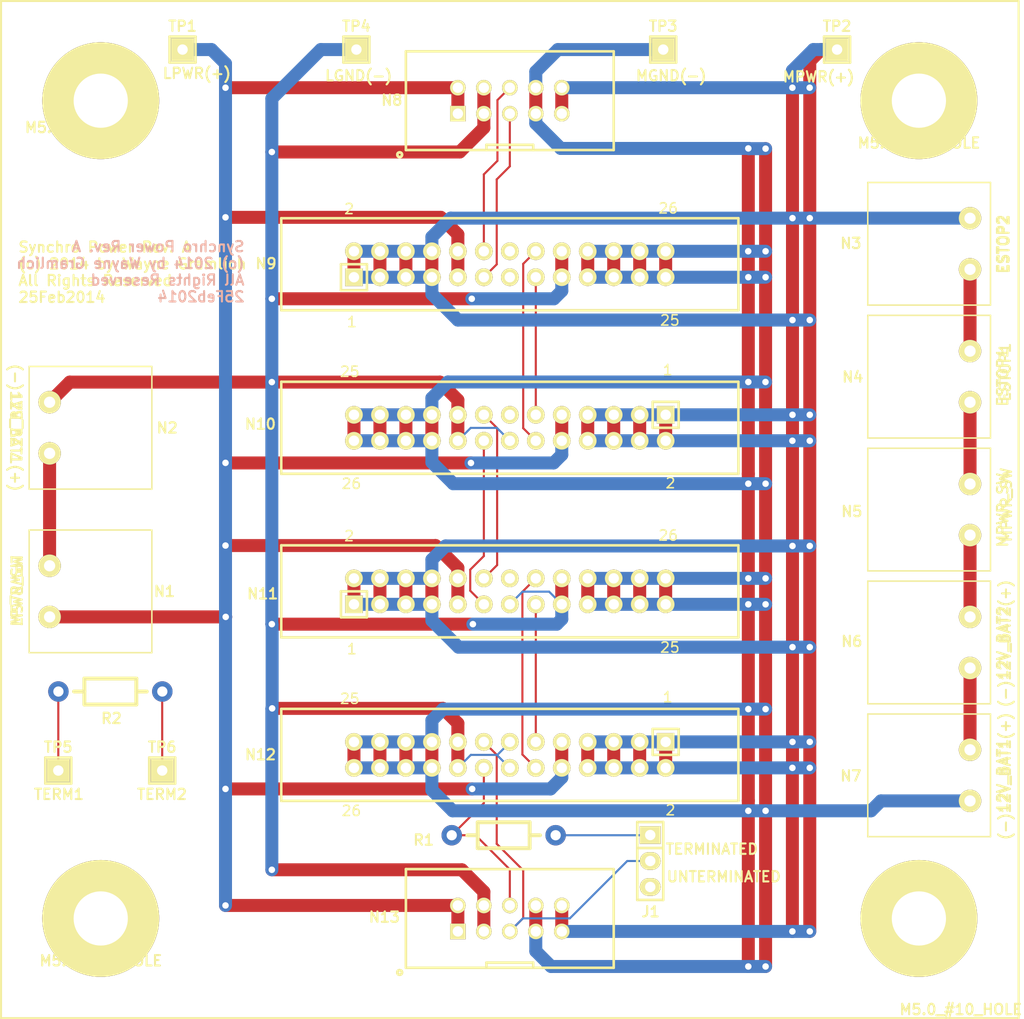
<source format=kicad_pcb>
(kicad_pcb (version 3) (host pcbnew "(2014-02-21 BZR 4712)-product")

  (general
    (links 124)
    (no_connects 0)
    (area 48.045962 50.149999 152.123372 149.926)
    (thickness 1.6)
    (drawings 21)
    (tracks 397)
    (zones 0)
    (modules 26)
    (nets 28)
  )

  (page A)
  (title_block
    (title "Synchro Drive Power")
    (rev A)
  )

  (layers
    (15 F.Cu signal)
    (0 B.Cu signal)
    (16 B.Adhes user)
    (17 F.Adhes user)
    (18 B.Paste user)
    (19 F.Paste user)
    (20 B.SilkS user)
    (21 F.SilkS user)
    (22 B.Mask user)
    (23 F.Mask user)
    (24 Dwgs.User user)
    (25 Cmts.User user)
    (26 Eco1.User user)
    (27 Eco2.User user)
    (28 Edge.Cuts user)
  )

  (setup
    (last_trace_width 0.2032)
    (user_trace_width 0.2032)
    (user_trace_width 0.508)
    (user_trace_width 1.27)
    (trace_clearance 0.2032)
    (zone_clearance 0.508)
    (zone_45_only no)
    (trace_min 0.008)
    (segment_width 0.2)
    (edge_width 0.1)
    (via_size 0.889)
    (via_drill 0.635)
    (via_min_size 0.035)
    (via_min_drill 0.508)
    (uvia_size 0.508)
    (uvia_drill 0.127)
    (uvias_allowed no)
    (uvia_min_size 0.02)
    (uvia_min_drill 0.127)
    (pcb_text_width 0.3)
    (pcb_text_size 1.5 1.5)
    (mod_edge_width 0.15)
    (mod_text_size 1 1)
    (mod_text_width 0.15)
    (pad_size 2.2352 2.2352)
    (pad_drill 1.016)
    (pad_to_mask_clearance 0)
    (aux_axis_origin 0 0)
    (visible_elements 7FFEFFFF)
    (pcbplotparams
      (layerselection 16285697)
      (usegerberextensions true)
      (excludeedgelayer true)
      (linewidth 0.150000)
      (plotframeref false)
      (viasonmask false)
      (mode 1)
      (useauxorigin false)
      (hpglpennumber 1)
      (hpglpenspeed 20)
      (hpglpendiameter 15)
      (hpglpenoverlay 2)
      (psnegative false)
      (psa4output false)
      (plotreference true)
      (plotvalue false)
      (plotothertext true)
      (plotinvisibletext false)
      (padsonsilk false)
      (subtractmaskfromsilk false)
      (outputformat 1)
      (mirror false)
      (drillshape 0)
      (scaleselection 1)
      (outputdirectory ""))
  )

  (net 0 "")
  (net 1 /LGND)
  (net 2 /LPWR)
  (net 3 /MGND)
  (net 4 /MPWR)
  (net 5 "Net-(J1-Pad1)")
  (net 6 "Net-(J1-Pad2)")
  (net 7 "Net-(J1-Pad3)")
  (net 8 "Net-(N1-Pad1)")
  (net 9 "Net-(N10-Pad11)")
  (net 10 "Net-(N10-Pad12)")
  (net 11 "Net-(N10-Pad13)")
  (net 12 "Net-(N10-Pad15)")
  (net 13 "Net-(N10-Pad16)")
  (net 14 "Net-(N11-Pad14)")
  (net 15 "Net-(N11-Pad15)")
  (net 16 "Net-(N11-Pad16)")
  (net 17 "Net-(N12-Pad16)")
  (net 18 "Net-(N3-Pad1)")
  (net 19 "Net-(N4-Pad1)")
  (net 20 "Net-(N5-Pad1)")
  (net 21 "Net-(N6-Pad1)")
  (net 22 "Net-(N8-Pad5)")
  (net 23 "Net-(N8-Pad6)")
  (net 24 "Net-(N9-Pad13)")
  (net 25 "Net-(N9-Pad14)")
  (net 26 "Net-(R2-Pad1)")
  (net 27 "Net-(R2-Pad2)")

  (net_class Default "This is the default net class."
    (clearance 0.2032)
    (trace_width 0.2032)
    (via_dia 0.889)
    (via_drill 0.635)
    (uvia_dia 0.508)
    (uvia_drill 0.127)
    (add_net "")
    (add_net /LGND)
    (add_net /LPWR)
    (add_net /MGND)
    (add_net /MPWR)
    (add_net "Net-(J1-Pad1)")
    (add_net "Net-(J1-Pad2)")
    (add_net "Net-(J1-Pad3)")
    (add_net "Net-(N1-Pad1)")
    (add_net "Net-(N10-Pad11)")
    (add_net "Net-(N10-Pad12)")
    (add_net "Net-(N10-Pad13)")
    (add_net "Net-(N10-Pad15)")
    (add_net "Net-(N10-Pad16)")
    (add_net "Net-(N11-Pad14)")
    (add_net "Net-(N11-Pad15)")
    (add_net "Net-(N11-Pad16)")
    (add_net "Net-(N12-Pad16)")
    (add_net "Net-(N3-Pad1)")
    (add_net "Net-(N4-Pad1)")
    (add_net "Net-(N5-Pad1)")
    (add_net "Net-(N6-Pad1)")
    (add_net "Net-(N8-Pad5)")
    (add_net "Net-(N8-Pad6)")
    (add_net "Net-(N9-Pad13)")
    (add_net "Net-(N9-Pad14)")
    (add_net "Net-(R2-Pad1)")
    (add_net "Net-(R2-Pad2)")
  )

  (net_class "Heavy Power" ""
    (clearance 0.2032)
    (trace_width 1.27)
    (via_dia 0.889)
    (via_drill 0.635)
    (uvia_dia 0.508)
    (uvia_drill 0.127)
  )

  (net_class "Modest Power" ""
    (clearance 0.2032)
    (trace_width 0.508)
    (via_dia 0.889)
    (via_drill 0.635)
    (uvia_dia 0.508)
    (uvia_drill 0.127)
  )

  (module Synchro_Power4_Rev_A:Pin_Header_Straight_1x03 (layer F.Cu) (tedit 530D615C) (tstamp 530D5FFA)
    (at 113.73 134.38 270)
    (descr "1 pin")
    (tags "CONN DEV")
    (path /530D57A1)
    (fp_text reference J1 (at 4.96 -0.04 360) (layer F.SilkS)
      (effects (font (size 1.016 1.016) (thickness 0.2032)))
    )
    (fp_text value MB_TERMINATE (at 0 0 270) (layer F.SilkS) hide
      (effects (font (size 1.27 1.27) (thickness 0.2032)))
    )
    (fp_line (start -1.27 1.27) (end 3.81 1.27) (layer F.SilkS) (width 0.254))
    (fp_line (start 3.81 1.27) (end 3.81 -1.27) (layer F.SilkS) (width 0.254))
    (fp_line (start 3.81 -1.27) (end -1.27 -1.27) (layer F.SilkS) (width 0.254))
    (fp_line (start -3.81 -1.27) (end -1.27 -1.27) (layer F.SilkS) (width 0.254))
    (fp_line (start -1.27 -1.27) (end -1.27 1.27) (layer F.SilkS) (width 0.254))
    (fp_line (start -3.81 -1.27) (end -3.81 1.27) (layer F.SilkS) (width 0.254))
    (fp_line (start -3.81 1.27) (end -1.27 1.27) (layer F.SilkS) (width 0.254))
    (pad 1 thru_hole rect (at -2.54 0 270) (size 1.7272 2.032) (drill 1.016) (layers *.Cu *.Mask F.SilkS)
      (net 5 "Net-(J1-Pad1)"))
    (pad 2 thru_hole oval (at 0 0 270) (size 1.7272 2.032) (drill 1.016) (layers *.Cu *.Mask F.SilkS)
      (net 6 "Net-(J1-Pad2)"))
    (pad 3 thru_hole oval (at 2.54 0 270) (size 1.7272 2.032) (drill 1.016) (layers *.Cu *.Mask F.SilkS)
      (net 7 "Net-(J1-Pad3)"))
    (model Pin_Headers/Pin_Header_Straight_1x03.wrl
      (at (xyz 0 0 0))
      (scale (xyz 1 1 1))
      (rotate (xyz 0 0 0))
    )
  )

  (module Synchro_Power4_Rev_A:TERM_BLOCK_HEADER_2 (layer F.Cu) (tedit 530D656B) (tstamp 530D6AB0)
    (at 55 108 270)
    (path /530D5237)
    (fp_text reference N1 (at 0.01 -11.23 360) (layer F.SilkS)
      (effects (font (size 1.016 1.016) (thickness 0.2032)))
    )
    (fp_text value LPWR_SW (at -0.04 3.19 270) (layer F.SilkS)
      (effects (font (size 1.016 1.016) (thickness 0.2032)))
    )
    (fp_line (start 6 2) (end 6 -10) (layer F.SilkS) (width 0.15))
    (fp_line (start -6 2) (end -6 -10) (layer F.SilkS) (width 0.15))
    (fp_line (start -6 -10) (end 6 -10) (layer F.SilkS) (width 0.15))
    (fp_line (start -6 2) (end 6 2) (layer F.SilkS) (width 0.15))
    (pad 1 thru_hole circle (at -2.5 0 270) (size 2.2 2.2) (drill 1.1) (layers *.Cu *.Mask F.SilkS)
      (net 8 "Net-(N1-Pad1)"))
    (pad 2 thru_hole circle (at 2.5 0 270) (size 2.2 2.2) (drill 1.1) (layers *.Cu *.Mask F.SilkS)
      (net 2 /LPWR))
  )

  (module Synchro_Power4_Rev_A:TERM_BLOCK_HEADER_2 (layer F.Cu) (tedit 530D6572) (tstamp 530D2BEC)
    (at 55 92 270)
    (path /530D522C)
    (fp_text reference N2 (at 0.01 -11.5 360) (layer F.SilkS)
      (effects (font (size 1.016 1.016) (thickness 0.2032)))
    )
    (fp_text value 7.2V_BAT (at -0.04 3.19 270) (layer F.SilkS)
      (effects (font (size 1.016 1.016) (thickness 0.2032)))
    )
    (fp_line (start 6 2) (end 6 -10) (layer F.SilkS) (width 0.15))
    (fp_line (start -6 2) (end -6 -10) (layer F.SilkS) (width 0.15))
    (fp_line (start -6 -10) (end 6 -10) (layer F.SilkS) (width 0.15))
    (fp_line (start -6 2) (end 6 2) (layer F.SilkS) (width 0.15))
    (pad 1 thru_hole circle (at -2.5 0 270) (size 2.2 2.2) (drill 1.1) (layers *.Cu *.Mask F.SilkS)
      (net 1 /LGND))
    (pad 2 thru_hole circle (at 2.5 0 270) (size 2.2 2.2) (drill 1.1) (layers *.Cu *.Mask F.SilkS)
      (net 8 "Net-(N1-Pad1)"))
  )

  (module Synchro_Power4_Rev_A:TERM_BLOCK_HEADER_2 (layer F.Cu) (tedit 530D657C) (tstamp 530D2BF6)
    (at 145 74 90)
    (path /530D42DD)
    (fp_text reference N3 (at 0.04 -11.65 180) (layer F.SilkS)
      (effects (font (size 1.016 1.016) (thickness 0.2032)))
    )
    (fp_text value ESTOP2 (at -0.04 3.19 90) (layer F.SilkS)
      (effects (font (size 1.016 1.016) (thickness 0.2032)))
    )
    (fp_line (start 6 2) (end 6 -10) (layer F.SilkS) (width 0.15))
    (fp_line (start -6 2) (end -6 -10) (layer F.SilkS) (width 0.15))
    (fp_line (start -6 -10) (end 6 -10) (layer F.SilkS) (width 0.15))
    (fp_line (start -6 2) (end 6 2) (layer F.SilkS) (width 0.15))
    (pad 1 thru_hole circle (at -2.5 0 90) (size 2.2 2.2) (drill 1.1) (layers *.Cu *.Mask F.SilkS)
      (net 18 "Net-(N3-Pad1)"))
    (pad 2 thru_hole circle (at 2.5 0 90) (size 2.2 2.2) (drill 1.1) (layers *.Cu *.Mask F.SilkS)
      (net 4 /MPWR))
  )

  (module Synchro_Power4_Rev_A:TERM_BLOCK_HEADER_2 (layer F.Cu) (tedit 530D657F) (tstamp 530D2C00)
    (at 145 87 90)
    (path /530D42D2)
    (fp_text reference N4 (at -0.03 -11.47 180) (layer F.SilkS)
      (effects (font (size 1.016 1.016) (thickness 0.2032)))
    )
    (fp_text value ESTOP1 (at -0.04 3.19 90) (layer F.SilkS)
      (effects (font (size 1.016 1.016) (thickness 0.2032)))
    )
    (fp_line (start 6 2) (end 6 -10) (layer F.SilkS) (width 0.15))
    (fp_line (start -6 2) (end -6 -10) (layer F.SilkS) (width 0.15))
    (fp_line (start -6 -10) (end 6 -10) (layer F.SilkS) (width 0.15))
    (fp_line (start -6 2) (end 6 2) (layer F.SilkS) (width 0.15))
    (pad 1 thru_hole circle (at -2.5 0 90) (size 2.2 2.2) (drill 1.1) (layers *.Cu *.Mask F.SilkS)
      (net 19 "Net-(N4-Pad1)"))
    (pad 2 thru_hole circle (at 2.5 0 90) (size 2.2 2.2) (drill 1.1) (layers *.Cu *.Mask F.SilkS)
      (net 18 "Net-(N3-Pad1)"))
  )

  (module Synchro_Power4_Rev_A:TERM_BLOCK_HEADER_2 (layer F.Cu) (tedit 530D6583) (tstamp 530D3380)
    (at 145 100 90)
    (path /530D42C7)
    (fp_text reference N5 (at -0.19 -11.56 180) (layer F.SilkS)
      (effects (font (size 1.016 1.016) (thickness 0.2032)))
    )
    (fp_text value MPWR_SW (at -0.04 3.19 90) (layer F.SilkS)
      (effects (font (size 1.016 1.016) (thickness 0.2032)))
    )
    (fp_line (start 6 2) (end 6 -10) (layer F.SilkS) (width 0.15))
    (fp_line (start -6 2) (end -6 -10) (layer F.SilkS) (width 0.15))
    (fp_line (start -6 -10) (end 6 -10) (layer F.SilkS) (width 0.15))
    (fp_line (start -6 2) (end 6 2) (layer F.SilkS) (width 0.15))
    (pad 1 thru_hole circle (at -2.5 0 90) (size 2.2 2.2) (drill 1.1) (layers *.Cu *.Mask F.SilkS)
      (net 20 "Net-(N5-Pad1)"))
    (pad 2 thru_hole circle (at 2.5 0 90) (size 2.2 2.2) (drill 1.1) (layers *.Cu *.Mask F.SilkS)
      (net 19 "Net-(N4-Pad1)"))
  )

  (module Synchro_Power4_Rev_A:TERM_BLOCK_HEADER_2 (layer F.Cu) (tedit 530D658D) (tstamp 530D2C14)
    (at 145 113 90)
    (path /530D42B5)
    (fp_text reference N6 (at 0.1 -11.56 180) (layer F.SilkS)
      (effects (font (size 1.016 1.016) (thickness 0.2032)))
    )
    (fp_text value 12V_BAT2 (at -0.04 3.19 90) (layer F.SilkS)
      (effects (font (size 1.016 1.016) (thickness 0.2032)))
    )
    (fp_line (start 6 2) (end 6 -10) (layer F.SilkS) (width 0.15))
    (fp_line (start -6 2) (end -6 -10) (layer F.SilkS) (width 0.15))
    (fp_line (start -6 -10) (end 6 -10) (layer F.SilkS) (width 0.15))
    (fp_line (start -6 2) (end 6 2) (layer F.SilkS) (width 0.15))
    (pad 1 thru_hole circle (at -2.5 0 90) (size 2.2 2.2) (drill 1.1) (layers *.Cu *.Mask F.SilkS)
      (net 21 "Net-(N6-Pad1)"))
    (pad 2 thru_hole circle (at 2.5 0 90) (size 2.2 2.2) (drill 1.1) (layers *.Cu *.Mask F.SilkS)
      (net 20 "Net-(N5-Pad1)"))
  )

  (module Synchro_Power4_Rev_A:TERM_BLOCK_HEADER_2 (layer F.Cu) (tedit 530D6597) (tstamp 530D2C1E)
    (at 145 126 90)
    (path /530D4292)
    (fp_text reference N7 (at -0.06 -11.65 180) (layer F.SilkS)
      (effects (font (size 1.016 1.016) (thickness 0.2032)))
    )
    (fp_text value 12V_BAT1 (at -0.04 3.19 90) (layer F.SilkS)
      (effects (font (size 1.016 1.016) (thickness 0.2032)))
    )
    (fp_line (start 6 2) (end 6 -10) (layer F.SilkS) (width 0.15))
    (fp_line (start -6 2) (end -6 -10) (layer F.SilkS) (width 0.15))
    (fp_line (start -6 -10) (end 6 -10) (layer F.SilkS) (width 0.15))
    (fp_line (start -6 2) (end 6 2) (layer F.SilkS) (width 0.15))
    (pad 1 thru_hole circle (at -2.5 0 90) (size 2.2 2.2) (drill 1.1) (layers *.Cu *.Mask F.SilkS)
      (net 3 /MGND))
    (pad 2 thru_hole circle (at 2.5 0 90) (size 2.2 2.2) (drill 1.1) (layers *.Cu *.Mask F.SilkS)
      (net 21 "Net-(N6-Pad1)"))
  )

  (module Synchro_Power4_Rev_A:HEADER_2X5_SHROUDED (layer F.Cu) (tedit 530D635E) (tstamp 530D3153)
    (at 100 60)
    (descr "Male 2x5 Header 2.54mm pitch")
    (tags CONN)
    (path /530D1D66)
    (fp_text reference N8 (at -11.54 -0.04) (layer F.SilkS)
      (effects (font (size 1.016 1.016) (thickness 0.2032)))
    )
    (fp_text value MB_MASTER_FRONT (at 0 6.1468) (layer F.SilkS) hide
      (effects (font (size 1.016 1.016) (thickness 0.2032)))
    )
    (fp_circle (center -10.7696 5.2832) (end -10.668 5.2832) (layer F.SilkS) (width 0.254))
    (fp_circle (center -10.7696 5.2832) (end -10.5664 5.1816) (layer F.SilkS) (width 0.254))
    (fp_line (start 2.286 4.826) (end 2.286 4.318) (layer F.SilkS) (width 0.254))
    (fp_line (start 2.286 4.318) (end -2.286 4.318) (layer F.SilkS) (width 0.254))
    (fp_line (start -2.286 4.318) (end -2.286 4.826) (layer F.SilkS) (width 0.254))
    (fp_line (start -10.16 -4.826) (end 10.16 -4.826) (layer F.SilkS) (width 0.254))
    (fp_line (start 10.16 -4.826) (end 10.16 4.826) (layer F.SilkS) (width 0.254))
    (fp_line (start 10.16 4.826) (end -10.16 4.826) (layer F.SilkS) (width 0.254))
    (fp_line (start -10.16 4.826) (end -10.16 -4.826) (layer F.SilkS) (width 0.254))
    (pad 1 thru_hole rect (at -5.08 1.27) (size 1.524 1.524) (drill 1.016) (layers *.Cu *.Mask F.SilkS)
      (net 2 /LPWR))
    (pad 2 thru_hole circle (at -5.08 -1.27) (size 1.524 1.524) (drill 1.016) (layers *.Cu *.Mask F.SilkS)
      (net 2 /LPWR))
    (pad 3 thru_hole circle (at -2.54 1.27) (size 1.524 1.524) (drill 1.016) (layers *.Cu *.Mask F.SilkS)
      (net 1 /LGND))
    (pad 4 thru_hole circle (at -2.54 -1.27) (size 1.524 1.524) (drill 1.016) (layers *.Cu *.Mask F.SilkS)
      (net 1 /LGND))
    (pad 5 thru_hole circle (at 0 1.27) (size 1.524 1.524) (drill 1.016) (layers *.Cu *.Mask F.SilkS)
      (net 22 "Net-(N8-Pad5)"))
    (pad 6 thru_hole circle (at 0 -1.27) (size 1.524 1.524) (drill 1.016) (layers *.Cu *.Mask F.SilkS)
      (net 23 "Net-(N8-Pad6)"))
    (pad 7 thru_hole circle (at 2.54 1.27) (size 1.524 1.524) (drill 1.016) (layers *.Cu *.Mask F.SilkS)
      (net 3 /MGND))
    (pad 8 thru_hole circle (at 2.54 -1.27) (size 1.524 1.524) (drill 1.016) (layers *.Cu *.Mask F.SilkS)
      (net 3 /MGND))
    (pad 9 thru_hole circle (at 5.08 1.27) (size 1.524 1.524) (drill 1.016) (layers *.Cu *.Mask F.SilkS)
      (net 4 /MPWR))
    (pad 10 thru_hole circle (at 5.08 -1.27) (size 1.524 1.524) (drill 1.016) (layers *.Cu *.Mask F.SilkS)
      (net 4 /MPWR))
    (model pin_array/pins_array_5x2.wrl
      (at (xyz 0 0 0))
      (scale (xyz 1 1 1))
      (rotate (xyz 0 0 0))
    )
  )

  (module Synchro_Power4_Rev_A:HEADER_2X5_SHROUDED (layer F.Cu) (tedit 530D6339) (tstamp 530D2CF4)
    (at 100 140)
    (descr "Male 2x5 Header 2.54mm pitch")
    (tags CONN)
    (path /530D2F27)
    (fp_text reference N13 (at -12.27 -0.13) (layer F.SilkS)
      (effects (font (size 1.016 1.016) (thickness 0.2032)))
    )
    (fp_text value MB_MASTER_BACK (at 0 6.1468) (layer F.SilkS) hide
      (effects (font (size 1.016 1.016) (thickness 0.2032)))
    )
    (fp_circle (center -10.7696 5.2832) (end -10.668 5.2832) (layer F.SilkS) (width 0.254))
    (fp_circle (center -10.7696 5.2832) (end -10.5664 5.1816) (layer F.SilkS) (width 0.254))
    (fp_line (start 2.286 4.826) (end 2.286 4.318) (layer F.SilkS) (width 0.254))
    (fp_line (start 2.286 4.318) (end -2.286 4.318) (layer F.SilkS) (width 0.254))
    (fp_line (start -2.286 4.318) (end -2.286 4.826) (layer F.SilkS) (width 0.254))
    (fp_line (start -10.16 -4.826) (end 10.16 -4.826) (layer F.SilkS) (width 0.254))
    (fp_line (start 10.16 -4.826) (end 10.16 4.826) (layer F.SilkS) (width 0.254))
    (fp_line (start 10.16 4.826) (end -10.16 4.826) (layer F.SilkS) (width 0.254))
    (fp_line (start -10.16 4.826) (end -10.16 -4.826) (layer F.SilkS) (width 0.254))
    (pad 1 thru_hole rect (at -5.08 1.27) (size 1.524 1.524) (drill 1.016) (layers *.Cu *.Mask F.SilkS)
      (net 2 /LPWR))
    (pad 2 thru_hole circle (at -5.08 -1.27) (size 1.524 1.524) (drill 1.016) (layers *.Cu *.Mask F.SilkS)
      (net 2 /LPWR))
    (pad 3 thru_hole circle (at -2.54 1.27) (size 1.524 1.524) (drill 1.016) (layers *.Cu *.Mask F.SilkS)
      (net 1 /LGND))
    (pad 4 thru_hole circle (at -2.54 -1.27) (size 1.524 1.524) (drill 1.016) (layers *.Cu *.Mask F.SilkS)
      (net 1 /LGND))
    (pad 5 thru_hole circle (at 0 1.27) (size 1.524 1.524) (drill 1.016) (layers *.Cu *.Mask F.SilkS)
      (net 6 "Net-(J1-Pad2)"))
    (pad 6 thru_hole circle (at 0 -1.27) (size 1.524 1.524) (drill 1.016) (layers *.Cu *.Mask F.SilkS)
      (net 17 "Net-(N12-Pad16)"))
    (pad 7 thru_hole circle (at 2.54 1.27) (size 1.524 1.524) (drill 1.016) (layers *.Cu *.Mask F.SilkS)
      (net 3 /MGND))
    (pad 8 thru_hole circle (at 2.54 -1.27) (size 1.524 1.524) (drill 1.016) (layers *.Cu *.Mask F.SilkS)
      (net 3 /MGND))
    (pad 9 thru_hole circle (at 5.08 1.27) (size 1.524 1.524) (drill 1.016) (layers *.Cu *.Mask F.SilkS)
      (net 4 /MPWR))
    (pad 10 thru_hole circle (at 5.08 -1.27) (size 1.524 1.524) (drill 1.016) (layers *.Cu *.Mask F.SilkS)
      (net 4 /MPWR))
    (model pin_array/pins_array_5x2.wrl
      (at (xyz 0 0 0))
      (scale (xyz 1 1 1))
      (rotate (xyz 0 0 0))
    )
  )

  (module Synchro_Power4_Rev_A:RES_10MM (layer F.Cu) (tedit 530D63F7) (tstamp 530D2D00)
    (at 99.48 131.86 180)
    (descr "Resistor, Axial,  RM 10mm, 1/3W,")
    (tags "Resistor, Axial, RM 10mm, 1/3W,")
    (path /530D578D)
    (fp_text reference R1 (at 7.91 -0.47 180) (layer F.SilkS)
      (effects (font (size 1.016 1.016) (thickness 0.2032)))
    )
    (fp_text value 120 (at 0.02 2.81 180) (layer F.SilkS) hide
      (effects (font (size 1.016 1.016) (thickness 0.2032)))
    )
    (fp_line (start -2.46126 0) (end -3.47726 0) (layer F.SilkS) (width 0.381))
    (fp_line (start 2.61874 0) (end 3.63474 0) (layer F.SilkS) (width 0.381))
    (fp_line (start -2.46126 -1.27) (end 2.61874 -1.27) (layer F.SilkS) (width 0.381))
    (fp_line (start 2.61874 -1.27) (end 2.61874 1.27) (layer F.SilkS) (width 0.381))
    (fp_line (start 2.61874 1.27) (end -2.46126 1.27) (layer F.SilkS) (width 0.381))
    (fp_line (start -2.46126 1.27) (end -2.46126 -1.27) (layer F.SilkS) (width 0.381))
    (pad 1 thru_hole circle (at -5.00126 0 180) (size 1.99898 1.99898) (drill 1.00076) (layers *.Cu)
      (net 5 "Net-(J1-Pad1)"))
    (pad 2 thru_hole circle (at 5.15874 0 180) (size 1.99898 1.99898) (drill 1.00076) (layers *.Cu)
      (net 17 "Net-(N12-Pad16)"))
  )

  (module Synchro_Power4_Rev_A:TEST_POINT (layer F.Cu) (tedit 530D2748) (tstamp 530D5DC7)
    (at 68 55)
    (descr "1 pin")
    (tags "CONN DEV")
    (path /530D5FF4)
    (fp_text reference TP1 (at 0 -2.286) (layer F.SilkS)
      (effects (font (size 1.016 1.016) (thickness 0.2032)))
    )
    (fp_text value LPWR (at 0.08 2.25) (layer F.SilkS) hide
      (effects (font (size 1.016 1.016) (thickness 0.2032)))
    )
    (fp_line (start -1.27 -1.27) (end -1.27 1.27) (layer F.SilkS) (width 0.254))
    (fp_line (start -1.27 1.27) (end 1.27 1.27) (layer F.SilkS) (width 0.254))
    (fp_line (start 1.27 1.27) (end 1.27 -1.27) (layer F.SilkS) (width 0.254))
    (fp_line (start 1.27 -1.27) (end -1.27 -1.27) (layer F.SilkS) (width 0.254))
    (pad 1 thru_hole rect (at 0 0) (size 2.2352 2.2352) (drill 1.016) (layers *.Cu *.Mask F.SilkS)
      (net 2 /LPWR))
    (model Pin_Headers/Pin_Header_Straight_1x01.wrl
      (at (xyz 0 0 0))
      (scale (xyz 1 1 1))
      (rotate (xyz 0 0 0))
    )
  )

  (module Synchro_Power4_Rev_A:TEST_POINT (layer F.Cu) (tedit 530D5DA2) (tstamp 530D4FD8)
    (at 132 55)
    (descr "1 pin")
    (tags "CONN DEV")
    (path /530D5FE9)
    (fp_text reference TP2 (at 0 -2.286) (layer F.SilkS)
      (effects (font (size 1.016 1.016) (thickness 0.2032)))
    )
    (fp_text value MPWR (at 0.08 2.25) (layer F.SilkS) hide
      (effects (font (size 1.016 1.016) (thickness 0.2032)))
    )
    (fp_line (start -1.27 -1.27) (end -1.27 1.27) (layer F.SilkS) (width 0.254))
    (fp_line (start -1.27 1.27) (end 1.27 1.27) (layer F.SilkS) (width 0.254))
    (fp_line (start 1.27 1.27) (end 1.27 -1.27) (layer F.SilkS) (width 0.254))
    (fp_line (start 1.27 -1.27) (end -1.27 -1.27) (layer F.SilkS) (width 0.254))
    (pad 1 thru_hole rect (at 0 0) (size 2.2352 2.2352) (drill 1.016) (layers *.Cu *.Mask F.SilkS)
      (net 4 /MPWR))
    (model Pin_Headers/Pin_Header_Straight_1x01.wrl
      (at (xyz 0 0 0))
      (scale (xyz 1 1 1))
      (rotate (xyz 0 0 0))
    )
  )

  (module Synchro_Power4_Rev_A:TEST_POINT (layer F.Cu) (tedit 530D2748) (tstamp 530D2D1B)
    (at 115 55)
    (descr "1 pin")
    (tags "CONN DEV")
    (path /530D5FDE)
    (fp_text reference TP3 (at 0 -2.286) (layer F.SilkS)
      (effects (font (size 1.016 1.016) (thickness 0.2032)))
    )
    (fp_text value MGND (at 0.08 2.25) (layer F.SilkS) hide
      (effects (font (size 1.016 1.016) (thickness 0.2032)))
    )
    (fp_line (start -1.27 -1.27) (end -1.27 1.27) (layer F.SilkS) (width 0.254))
    (fp_line (start -1.27 1.27) (end 1.27 1.27) (layer F.SilkS) (width 0.254))
    (fp_line (start 1.27 1.27) (end 1.27 -1.27) (layer F.SilkS) (width 0.254))
    (fp_line (start 1.27 -1.27) (end -1.27 -1.27) (layer F.SilkS) (width 0.254))
    (pad 1 thru_hole rect (at 0 0) (size 2.2352 2.2352) (drill 1.016) (layers *.Cu *.Mask F.SilkS)
      (net 3 /MGND))
    (model Pin_Headers/Pin_Header_Straight_1x01.wrl
      (at (xyz 0 0 0))
      (scale (xyz 1 1 1))
      (rotate (xyz 0 0 0))
    )
  )

  (module Synchro_Power4_Rev_A:TEST_POINT (layer F.Cu) (tedit 530D2748) (tstamp 530D5D87)
    (at 85 55)
    (descr "1 pin")
    (tags "CONN DEV")
    (path /530D5FCC)
    (fp_text reference TP4 (at 0 -2.286) (layer F.SilkS)
      (effects (font (size 1.016 1.016) (thickness 0.2032)))
    )
    (fp_text value LGND (at 0.08 2.25) (layer F.SilkS) hide
      (effects (font (size 1.016 1.016) (thickness 0.2032)))
    )
    (fp_line (start -1.27 -1.27) (end -1.27 1.27) (layer F.SilkS) (width 0.254))
    (fp_line (start -1.27 1.27) (end 1.27 1.27) (layer F.SilkS) (width 0.254))
    (fp_line (start 1.27 1.27) (end 1.27 -1.27) (layer F.SilkS) (width 0.254))
    (fp_line (start 1.27 -1.27) (end -1.27 -1.27) (layer F.SilkS) (width 0.254))
    (pad 1 thru_hole rect (at 0 0) (size 2.2352 2.2352) (drill 1.016) (layers *.Cu *.Mask F.SilkS)
      (net 1 /LGND))
    (model Pin_Headers/Pin_Header_Straight_1x01.wrl
      (at (xyz 0 0 0))
      (scale (xyz 1 1 1))
      (rotate (xyz 0 0 0))
    )
  )

  (module Synchro_Power4_Rev_A:M5.0_#10_HOLE (layer F.Cu) (tedit 530D4DE8) (tstamp 530D4EFA)
    (at 58.57 58.48)
    (path /530D69C3)
    (fp_text reference H1 (at 0 0) (layer F.SilkS)
      (effects (font (size 0.508 0.508) (thickness 0.127)))
    )
    (fp_text value M5.0_#10_HOLE (at 0.01 4.14) (layer F.SilkS)
      (effects (font (size 1.016 1.016) (thickness 0.2032)))
    )
    (pad "" thru_hole circle (at 1.43 1.52) (size 11.43 11.43) (drill 5.30098) (layers *.Cu *.Mask F.SilkS)
      (solder_paste_margin -1.41224))
  )

  (module Synchro_Power4_Rev_A:M5.0_#10_HOLE (layer F.Cu) (tedit 530D4D42) (tstamp 530D4EFF)
    (at 140 60)
    (path /530D69D5)
    (fp_text reference H2 (at 0 0) (layer F.SilkS)
      (effects (font (size 0.508 0.508) (thickness 0.127)))
    )
    (fp_text value M5.0_#10_HOLE (at 0.01 4.14) (layer F.SilkS)
      (effects (font (size 1.016 1.016) (thickness 0.2032)))
    )
    (pad "" thru_hole circle (at 0 0) (size 11.43 11.43) (drill 5.30098) (layers *.Cu *.Mask F.SilkS)
      (solder_paste_margin -1.41224))
  )

  (module Synchro_Power4_Rev_A:M5.0_#10_HOLE (layer F.Cu) (tedit 530D4D42) (tstamp 530D4F04)
    (at 60 140)
    (path /530D69E0)
    (fp_text reference H3 (at 0 0) (layer F.SilkS)
      (effects (font (size 0.508 0.508) (thickness 0.127)))
    )
    (fp_text value M5.0_#10_HOLE (at 0.01 4.14) (layer F.SilkS)
      (effects (font (size 1.016 1.016) (thickness 0.2032)))
    )
    (pad "" thru_hole circle (at 0 0) (size 11.43 11.43) (drill 5.30098) (layers *.Cu *.Mask F.SilkS)
      (solder_paste_margin -1.41224))
  )

  (module Synchro_Power4_Rev_A:M5.0_#10_HOLE (layer F.Cu) (tedit 530D6016) (tstamp 530D4F09)
    (at 144.09 144.77)
    (path /530D69EB)
    (fp_text reference H4 (at -4.06 -4.89) (layer F.SilkS)
      (effects (font (size 0.508 0.508) (thickness 0.127)))
    )
    (fp_text value M5.0_#10_HOLE (at 0.01 4.14) (layer F.SilkS)
      (effects (font (size 1.016 1.016) (thickness 0.2032)))
    )
    (pad "" thru_hole circle (at -4.09 -4.77) (size 11.43 11.43) (drill 5.30098) (layers *.Cu *.Mask F.SilkS)
      (solder_paste_margin -1.41224))
  )

  (module Synchro_Power4_Rev_A:OMRON_X4GA_2632 (layer F.Cu) (tedit 530D632B) (tstamp 530D2CDD)
    (at 100 124 180)
    (descr "1 pin")
    (tags "CONN DEV")
    (path /530D0469)
    (fp_text reference N12 (at 24.38 0.02 180) (layer F.SilkS)
      (effects (font (size 1.016 1.016) (thickness 0.2032)))
    )
    (fp_text value BACK_RIGHT (at 0.16 5.87 180) (layer F.SilkS) hide
      (effects (font (size 1.016 1.016) (thickness 0.2032)))
    )
    (fp_text user 26 (at 15.49 -5.47 180) (layer F.SilkS)
      (effects (font (size 1 1) (thickness 0.15)))
    )
    (fp_text user 25 (at 15.65 5.49 180) (layer F.SilkS)
      (effects (font (size 1 1) (thickness 0.15)))
    )
    (fp_text user 2 (at -15.71 -5.41 180) (layer F.SilkS)
      (effects (font (size 1 1) (thickness 0.15)))
    )
    (fp_text user 1 (at -15.44 5.65 180) (layer F.SilkS)
      (effects (font (size 1 1) (thickness 0.15)))
    )
    (fp_line (start -22.35 -4.5) (end 22.35 -4.5) (layer F.SilkS) (width 0.254))
    (fp_line (start -22.35 4.5) (end 22.35 4.5) (layer F.SilkS) (width 0.254))
    (fp_line (start 22.35 -4.5) (end 22.35 4.5) (layer F.SilkS) (width 0.254))
    (fp_line (start -22.35 -4.5) (end -22.35 4.5) (layer F.SilkS) (width 0.254))
    (fp_line (start -16.51 2.54) (end -13.97 2.54) (layer F.SilkS) (width 0.254))
    (fp_line (start -16.51 0) (end -13.97 0) (layer F.SilkS) (width 0.254))
    (fp_line (start -13.97 0) (end -13.97 2.54) (layer F.SilkS) (width 0.254))
    (fp_line (start -16.51 2.54) (end -16.51 0) (layer F.SilkS) (width 0.254))
    (pad 1 thru_hole rect (at -15.24 1.27 180) (size 1.7272 1.7272) (drill 1.016) (layers *.Cu *.Mask F.SilkS)
      (net 4 /MPWR))
    (pad 3 thru_hole circle (at -12.7 1.27 180) (size 1.7272 1.7272) (drill 1.016) (layers *.Cu *.Mask F.SilkS)
      (net 4 /MPWR))
    (pad 5 thru_hole circle (at -10.16 1.27 180) (size 1.7272 1.7272) (drill 1.016) (layers *.Cu *.Mask F.SilkS)
      (net 4 /MPWR))
    (pad 7 thru_hole circle (at -7.62 1.27 180) (size 1.7272 1.7272) (drill 1.016) (layers *.Cu *.Mask F.SilkS)
      (net 4 /MPWR))
    (pad 9 thru_hole circle (at -5.08 1.27 180) (size 1.7272 1.7272) (drill 1.016) (layers *.Cu *.Mask F.SilkS)
      (net 2 /LPWR))
    (pad 11 thru_hole circle (at -2.54 1.27 180) (size 1.7272 1.7272) (drill 1.016) (layers *.Cu *.Mask F.SilkS)
      (net 15 "Net-(N11-Pad15)"))
    (pad 13 thru_hole circle (at 0 1.27 180) (size 1.7272 1.7272) (drill 1.016) (layers *.Cu *.Mask F.SilkS)
      (net 1 /LGND))
    (pad 15 thru_hole circle (at 2.54 1.27 180) (size 1.7272 1.7272) (drill 1.016) (layers *.Cu *.Mask F.SilkS)
      (net 6 "Net-(J1-Pad2)"))
    (pad 17 thru_hole circle (at 5.08 1.27 180) (size 1.7272 1.7272) (drill 1.016) (layers *.Cu *.Mask F.SilkS)
      (net 1 /LGND))
    (pad 19 thru_hole circle (at 7.62 1.27 180) (size 1.7272 1.7272) (drill 1.016) (layers *.Cu *.Mask F.SilkS)
      (net 3 /MGND))
    (pad 21 thru_hole circle (at 10.16 1.27 180) (size 1.7272 1.7272) (drill 1.016) (layers *.Cu *.Mask F.SilkS)
      (net 3 /MGND))
    (pad 23 thru_hole circle (at 12.7 1.27 180) (size 1.7272 1.7272) (drill 1.016) (layers *.Cu *.Mask F.SilkS)
      (net 3 /MGND))
    (pad 25 thru_hole circle (at 15.24 1.27 180) (size 1.7272 1.7272) (drill 1.016) (layers *.Cu *.Mask F.SilkS)
      (net 3 /MGND))
    (pad 26 thru_hole circle (at 15.24 -1.27 180) (size 1.7272 1.7272) (drill 1.016) (layers *.Cu *.Mask F.SilkS)
      (net 3 /MGND))
    (pad 24 thru_hole circle (at 12.7 -1.27 180) (size 1.7272 1.7272) (drill 1.016) (layers *.Cu *.Mask F.SilkS)
      (net 3 /MGND))
    (pad 22 thru_hole circle (at 10.16 -1.27 180) (size 1.7272 1.7272) (drill 1.016) (layers *.Cu *.Mask F.SilkS)
      (net 3 /MGND))
    (pad 20 thru_hole circle (at 7.62 -1.27 180) (size 1.7272 1.7272) (drill 1.016) (layers *.Cu *.Mask F.SilkS)
      (net 3 /MGND))
    (pad 18 thru_hole circle (at 5.08 -1.27 180) (size 1.7272 1.7272) (drill 1.016) (layers *.Cu *.Mask F.SilkS)
      (net 1 /LGND))
    (pad 16 thru_hole circle (at 2.54 -1.27 180) (size 1.7272 1.7272) (drill 1.016) (layers *.Cu *.Mask F.SilkS)
      (net 17 "Net-(N12-Pad16)"))
    (pad 14 thru_hole circle (at 0 -1.27 180) (size 1.7272 1.7272) (drill 1.016) (layers *.Cu *.Mask F.SilkS)
      (net 1 /LGND))
    (pad 12 thru_hole circle (at -2.54 -1.27 180) (size 1.7272 1.7272) (drill 1.016) (layers *.Cu *.Mask F.SilkS)
      (net 16 "Net-(N11-Pad16)"))
    (pad 10 thru_hole circle (at -5.08 -1.27 180) (size 1.7272 1.7272) (drill 1.016) (layers *.Cu *.Mask F.SilkS)
      (net 2 /LPWR))
    (pad 8 thru_hole circle (at -7.62 -1.27 180) (size 1.7272 1.7272) (drill 1.016) (layers *.Cu *.Mask F.SilkS)
      (net 4 /MPWR))
    (pad 6 thru_hole circle (at -10.16 -1.27 180) (size 1.7272 1.7272) (drill 1.016) (layers *.Cu *.Mask F.SilkS)
      (net 4 /MPWR))
    (pad 4 thru_hole circle (at -12.7 -1.27 180) (size 1.7272 1.7272) (drill 1.016) (layers *.Cu *.Mask F.SilkS)
      (net 4 /MPWR))
    (pad 2 thru_hole circle (at -15.24 -1.27 180) (size 1.7272 1.7272) (drill 1.016) (layers *.Cu *.Mask F.SilkS)
      (net 4 /MPWR))
    (model Pin_Headers/Pin_Header_Straight_2x13.wrl
      (at (xyz 0 0 0))
      (scale (xyz 1 1 1))
      (rotate (xyz 0 0 0))
    )
  )

  (module Synchro_Power4_Rev_A:OMRON_X4GA_2632 (layer F.Cu) (tedit 530D6343) (tstamp 530D2CB3)
    (at 100 108)
    (descr "1 pin")
    (tags "CONN DEV")
    (path /530D046F)
    (fp_text reference N11 (at -24.17 0.24) (layer F.SilkS)
      (effects (font (size 1.016 1.016) (thickness 0.2032)))
    )
    (fp_text value BACK_LEFT (at 0.16 5.87) (layer F.SilkS) hide
      (effects (font (size 1.016 1.016) (thickness 0.2032)))
    )
    (fp_text user 26 (at 15.49 -5.47) (layer F.SilkS)
      (effects (font (size 1 1) (thickness 0.15)))
    )
    (fp_text user 25 (at 15.65 5.49) (layer F.SilkS)
      (effects (font (size 1 1) (thickness 0.15)))
    )
    (fp_text user 2 (at -15.71 -5.41) (layer F.SilkS)
      (effects (font (size 1 1) (thickness 0.15)))
    )
    (fp_text user 1 (at -15.44 5.65) (layer F.SilkS)
      (effects (font (size 1 1) (thickness 0.15)))
    )
    (fp_line (start -22.35 -4.5) (end 22.35 -4.5) (layer F.SilkS) (width 0.254))
    (fp_line (start -22.35 4.5) (end 22.35 4.5) (layer F.SilkS) (width 0.254))
    (fp_line (start 22.35 -4.5) (end 22.35 4.5) (layer F.SilkS) (width 0.254))
    (fp_line (start -22.35 -4.5) (end -22.35 4.5) (layer F.SilkS) (width 0.254))
    (fp_line (start -16.51 2.54) (end -13.97 2.54) (layer F.SilkS) (width 0.254))
    (fp_line (start -16.51 0) (end -13.97 0) (layer F.SilkS) (width 0.254))
    (fp_line (start -13.97 0) (end -13.97 2.54) (layer F.SilkS) (width 0.254))
    (fp_line (start -16.51 2.54) (end -16.51 0) (layer F.SilkS) (width 0.254))
    (pad 1 thru_hole rect (at -15.24 1.27) (size 1.7272 1.7272) (drill 1.016) (layers *.Cu *.Mask F.SilkS)
      (net 4 /MPWR))
    (pad 3 thru_hole circle (at -12.7 1.27) (size 1.7272 1.7272) (drill 1.016) (layers *.Cu *.Mask F.SilkS)
      (net 4 /MPWR))
    (pad 5 thru_hole circle (at -10.16 1.27) (size 1.7272 1.7272) (drill 1.016) (layers *.Cu *.Mask F.SilkS)
      (net 4 /MPWR))
    (pad 7 thru_hole circle (at -7.62 1.27) (size 1.7272 1.7272) (drill 1.016) (layers *.Cu *.Mask F.SilkS)
      (net 4 /MPWR))
    (pad 9 thru_hole circle (at -5.08 1.27) (size 1.7272 1.7272) (drill 1.016) (layers *.Cu *.Mask F.SilkS)
      (net 2 /LPWR))
    (pad 11 thru_hole circle (at -2.54 1.27) (size 1.7272 1.7272) (drill 1.016) (layers *.Cu *.Mask F.SilkS)
      (net 13 "Net-(N10-Pad16)"))
    (pad 13 thru_hole circle (at 0 1.27) (size 1.7272 1.7272) (drill 1.016) (layers *.Cu *.Mask F.SilkS)
      (net 1 /LGND))
    (pad 15 thru_hole circle (at 2.54 1.27) (size 1.7272 1.7272) (drill 1.016) (layers *.Cu *.Mask F.SilkS)
      (net 15 "Net-(N11-Pad15)"))
    (pad 17 thru_hole circle (at 5.08 1.27) (size 1.7272 1.7272) (drill 1.016) (layers *.Cu *.Mask F.SilkS)
      (net 1 /LGND))
    (pad 19 thru_hole circle (at 7.62 1.27) (size 1.7272 1.7272) (drill 1.016) (layers *.Cu *.Mask F.SilkS)
      (net 3 /MGND))
    (pad 21 thru_hole circle (at 10.16 1.27) (size 1.7272 1.7272) (drill 1.016) (layers *.Cu *.Mask F.SilkS)
      (net 3 /MGND))
    (pad 23 thru_hole circle (at 12.7 1.27) (size 1.7272 1.7272) (drill 1.016) (layers *.Cu *.Mask F.SilkS)
      (net 3 /MGND))
    (pad 25 thru_hole circle (at 15.24 1.27) (size 1.7272 1.7272) (drill 1.016) (layers *.Cu *.Mask F.SilkS)
      (net 3 /MGND))
    (pad 26 thru_hole circle (at 15.24 -1.27) (size 1.7272 1.7272) (drill 1.016) (layers *.Cu *.Mask F.SilkS)
      (net 3 /MGND))
    (pad 24 thru_hole circle (at 12.7 -1.27) (size 1.7272 1.7272) (drill 1.016) (layers *.Cu *.Mask F.SilkS)
      (net 3 /MGND))
    (pad 22 thru_hole circle (at 10.16 -1.27) (size 1.7272 1.7272) (drill 1.016) (layers *.Cu *.Mask F.SilkS)
      (net 3 /MGND))
    (pad 20 thru_hole circle (at 7.62 -1.27) (size 1.7272 1.7272) (drill 1.016) (layers *.Cu *.Mask F.SilkS)
      (net 3 /MGND))
    (pad 18 thru_hole circle (at 5.08 -1.27) (size 1.7272 1.7272) (drill 1.016) (layers *.Cu *.Mask F.SilkS)
      (net 1 /LGND))
    (pad 16 thru_hole circle (at 2.54 -1.27) (size 1.7272 1.7272) (drill 1.016) (layers *.Cu *.Mask F.SilkS)
      (net 16 "Net-(N11-Pad16)"))
    (pad 14 thru_hole circle (at 0 -1.27) (size 1.7272 1.7272) (drill 1.016) (layers *.Cu *.Mask F.SilkS)
      (net 14 "Net-(N11-Pad14)"))
    (pad 12 thru_hole circle (at -2.54 -1.27) (size 1.7272 1.7272) (drill 1.016) (layers *.Cu *.Mask F.SilkS)
      (net 12 "Net-(N10-Pad15)"))
    (pad 10 thru_hole circle (at -5.08 -1.27) (size 1.7272 1.7272) (drill 1.016) (layers *.Cu *.Mask F.SilkS)
      (net 2 /LPWR))
    (pad 8 thru_hole circle (at -7.62 -1.27) (size 1.7272 1.7272) (drill 1.016) (layers *.Cu *.Mask F.SilkS)
      (net 4 /MPWR))
    (pad 6 thru_hole circle (at -10.16 -1.27) (size 1.7272 1.7272) (drill 1.016) (layers *.Cu *.Mask F.SilkS)
      (net 4 /MPWR))
    (pad 4 thru_hole circle (at -12.7 -1.27) (size 1.7272 1.7272) (drill 1.016) (layers *.Cu *.Mask F.SilkS)
      (net 4 /MPWR))
    (pad 2 thru_hole circle (at -15.24 -1.27) (size 1.7272 1.7272) (drill 1.016) (layers *.Cu *.Mask F.SilkS)
      (net 4 /MPWR))
    (model Pin_Headers/Pin_Header_Straight_2x13.wrl
      (at (xyz 0 0 0))
      (scale (xyz 1 1 1))
      (rotate (xyz 0 0 0))
    )
  )

  (module Synchro_Power4_Rev_A:OMRON_X4GA_2632 (layer F.Cu) (tedit 530D6349) (tstamp 530D31FF)
    (at 100 92 180)
    (descr "1 pin")
    (tags "CONN DEV")
    (path /530D01F9)
    (fp_text reference N10 (at 24.39 0.36 180) (layer F.SilkS)
      (effects (font (size 1.016 1.016) (thickness 0.2032)))
    )
    (fp_text value FRONT_RIGHT (at 0.16 5.87 180) (layer F.SilkS) hide
      (effects (font (size 1.016 1.016) (thickness 0.2032)))
    )
    (fp_text user 26 (at 15.49 -5.47 180) (layer F.SilkS)
      (effects (font (size 1 1) (thickness 0.15)))
    )
    (fp_text user 25 (at 15.65 5.49 180) (layer F.SilkS)
      (effects (font (size 1 1) (thickness 0.15)))
    )
    (fp_text user 2 (at -15.71 -5.41 180) (layer F.SilkS)
      (effects (font (size 1 1) (thickness 0.15)))
    )
    (fp_text user 1 (at -15.44 5.65 180) (layer F.SilkS)
      (effects (font (size 1 1) (thickness 0.15)))
    )
    (fp_line (start -22.35 -4.5) (end 22.35 -4.5) (layer F.SilkS) (width 0.254))
    (fp_line (start -22.35 4.5) (end 22.35 4.5) (layer F.SilkS) (width 0.254))
    (fp_line (start 22.35 -4.5) (end 22.35 4.5) (layer F.SilkS) (width 0.254))
    (fp_line (start -22.35 -4.5) (end -22.35 4.5) (layer F.SilkS) (width 0.254))
    (fp_line (start -16.51 2.54) (end -13.97 2.54) (layer F.SilkS) (width 0.254))
    (fp_line (start -16.51 0) (end -13.97 0) (layer F.SilkS) (width 0.254))
    (fp_line (start -13.97 0) (end -13.97 2.54) (layer F.SilkS) (width 0.254))
    (fp_line (start -16.51 2.54) (end -16.51 0) (layer F.SilkS) (width 0.254))
    (pad 1 thru_hole rect (at -15.24 1.27 180) (size 1.7272 1.7272) (drill 1.016) (layers *.Cu *.Mask F.SilkS)
      (net 4 /MPWR))
    (pad 3 thru_hole circle (at -12.7 1.27 180) (size 1.7272 1.7272) (drill 1.016) (layers *.Cu *.Mask F.SilkS)
      (net 4 /MPWR))
    (pad 5 thru_hole circle (at -10.16 1.27 180) (size 1.7272 1.7272) (drill 1.016) (layers *.Cu *.Mask F.SilkS)
      (net 4 /MPWR))
    (pad 7 thru_hole circle (at -7.62 1.27 180) (size 1.7272 1.7272) (drill 1.016) (layers *.Cu *.Mask F.SilkS)
      (net 4 /MPWR))
    (pad 9 thru_hole circle (at -5.08 1.27 180) (size 1.7272 1.7272) (drill 1.016) (layers *.Cu *.Mask F.SilkS)
      (net 2 /LPWR))
    (pad 11 thru_hole circle (at -2.54 1.27 180) (size 1.7272 1.7272) (drill 1.016) (layers *.Cu *.Mask F.SilkS)
      (net 9 "Net-(N10-Pad11)"))
    (pad 13 thru_hole circle (at 0 1.27 180) (size 1.7272 1.7272) (drill 1.016) (layers *.Cu *.Mask F.SilkS)
      (net 11 "Net-(N10-Pad13)"))
    (pad 15 thru_hole circle (at 2.54 1.27 180) (size 1.7272 1.7272) (drill 1.016) (layers *.Cu *.Mask F.SilkS)
      (net 12 "Net-(N10-Pad15)"))
    (pad 17 thru_hole circle (at 5.08 1.27 180) (size 1.7272 1.7272) (drill 1.016) (layers *.Cu *.Mask F.SilkS)
      (net 1 /LGND))
    (pad 19 thru_hole circle (at 7.62 1.27 180) (size 1.7272 1.7272) (drill 1.016) (layers *.Cu *.Mask F.SilkS)
      (net 3 /MGND))
    (pad 21 thru_hole circle (at 10.16 1.27 180) (size 1.7272 1.7272) (drill 1.016) (layers *.Cu *.Mask F.SilkS)
      (net 3 /MGND))
    (pad 23 thru_hole circle (at 12.7 1.27 180) (size 1.7272 1.7272) (drill 1.016) (layers *.Cu *.Mask F.SilkS)
      (net 3 /MGND))
    (pad 25 thru_hole circle (at 15.24 1.27 180) (size 1.7272 1.7272) (drill 1.016) (layers *.Cu *.Mask F.SilkS)
      (net 3 /MGND))
    (pad 26 thru_hole circle (at 15.24 -1.27 180) (size 1.7272 1.7272) (drill 1.016) (layers *.Cu *.Mask F.SilkS)
      (net 3 /MGND))
    (pad 24 thru_hole circle (at 12.7 -1.27 180) (size 1.7272 1.7272) (drill 1.016) (layers *.Cu *.Mask F.SilkS)
      (net 3 /MGND))
    (pad 22 thru_hole circle (at 10.16 -1.27 180) (size 1.7272 1.7272) (drill 1.016) (layers *.Cu *.Mask F.SilkS)
      (net 3 /MGND))
    (pad 20 thru_hole circle (at 7.62 -1.27 180) (size 1.7272 1.7272) (drill 1.016) (layers *.Cu *.Mask F.SilkS)
      (net 3 /MGND))
    (pad 18 thru_hole circle (at 5.08 -1.27 180) (size 1.7272 1.7272) (drill 1.016) (layers *.Cu *.Mask F.SilkS)
      (net 1 /LGND))
    (pad 16 thru_hole circle (at 2.54 -1.27 180) (size 1.7272 1.7272) (drill 1.016) (layers *.Cu *.Mask F.SilkS)
      (net 13 "Net-(N10-Pad16)"))
    (pad 14 thru_hole circle (at 0 -1.27 180) (size 1.7272 1.7272) (drill 1.016) (layers *.Cu *.Mask F.SilkS)
      (net 1 /LGND))
    (pad 12 thru_hole circle (at -2.54 -1.27 180) (size 1.7272 1.7272) (drill 1.016) (layers *.Cu *.Mask F.SilkS)
      (net 10 "Net-(N10-Pad12)"))
    (pad 10 thru_hole circle (at -5.08 -1.27 180) (size 1.7272 1.7272) (drill 1.016) (layers *.Cu *.Mask F.SilkS)
      (net 2 /LPWR))
    (pad 8 thru_hole circle (at -7.62 -1.27 180) (size 1.7272 1.7272) (drill 1.016) (layers *.Cu *.Mask F.SilkS)
      (net 4 /MPWR))
    (pad 6 thru_hole circle (at -10.16 -1.27 180) (size 1.7272 1.7272) (drill 1.016) (layers *.Cu *.Mask F.SilkS)
      (net 4 /MPWR))
    (pad 4 thru_hole circle (at -12.7 -1.27 180) (size 1.7272 1.7272) (drill 1.016) (layers *.Cu *.Mask F.SilkS)
      (net 4 /MPWR))
    (pad 2 thru_hole circle (at -15.24 -1.27 180) (size 1.7272 1.7272) (drill 1.016) (layers *.Cu *.Mask F.SilkS)
      (net 4 /MPWR))
    (model Pin_Headers/Pin_Header_Straight_2x13.wrl
      (at (xyz 0 0 0))
      (scale (xyz 1 1 1))
      (rotate (xyz 0 0 0))
    )
  )

  (module Synchro_Power4_Rev_A:OMRON_X4GA_2632 (layer F.Cu) (tedit 530D6355) (tstamp 530D31A9)
    (at 100 76)
    (descr "1 pin")
    (tags "CONN DEV")
    (path /530D020B)
    (fp_text reference N9 (at -23.84 -0.06) (layer F.SilkS)
      (effects (font (size 1.016 1.016) (thickness 0.2032)))
    )
    (fp_text value FRONT_LEFT (at 0.16 5.87) (layer F.SilkS) hide
      (effects (font (size 1.016 1.016) (thickness 0.2032)))
    )
    (fp_text user 26 (at 15.49 -5.47) (layer F.SilkS)
      (effects (font (size 1 1) (thickness 0.15)))
    )
    (fp_text user 25 (at 15.65 5.49) (layer F.SilkS)
      (effects (font (size 1 1) (thickness 0.15)))
    )
    (fp_text user 2 (at -15.71 -5.41) (layer F.SilkS)
      (effects (font (size 1 1) (thickness 0.15)))
    )
    (fp_text user 1 (at -15.44 5.65) (layer F.SilkS)
      (effects (font (size 1 1) (thickness 0.15)))
    )
    (fp_line (start -22.35 -4.5) (end 22.35 -4.5) (layer F.SilkS) (width 0.254))
    (fp_line (start -22.35 4.5) (end 22.35 4.5) (layer F.SilkS) (width 0.254))
    (fp_line (start 22.35 -4.5) (end 22.35 4.5) (layer F.SilkS) (width 0.254))
    (fp_line (start -22.35 -4.5) (end -22.35 4.5) (layer F.SilkS) (width 0.254))
    (fp_line (start -16.51 2.54) (end -13.97 2.54) (layer F.SilkS) (width 0.254))
    (fp_line (start -16.51 0) (end -13.97 0) (layer F.SilkS) (width 0.254))
    (fp_line (start -13.97 0) (end -13.97 2.54) (layer F.SilkS) (width 0.254))
    (fp_line (start -16.51 2.54) (end -16.51 0) (layer F.SilkS) (width 0.254))
    (pad 1 thru_hole rect (at -15.24 1.27) (size 1.7272 1.7272) (drill 1.016) (layers *.Cu *.Mask F.SilkS)
      (net 4 /MPWR))
    (pad 3 thru_hole circle (at -12.7 1.27) (size 1.7272 1.7272) (drill 1.016) (layers *.Cu *.Mask F.SilkS)
      (net 4 /MPWR))
    (pad 5 thru_hole circle (at -10.16 1.27) (size 1.7272 1.7272) (drill 1.016) (layers *.Cu *.Mask F.SilkS)
      (net 4 /MPWR))
    (pad 7 thru_hole circle (at -7.62 1.27) (size 1.7272 1.7272) (drill 1.016) (layers *.Cu *.Mask F.SilkS)
      (net 4 /MPWR))
    (pad 9 thru_hole circle (at -5.08 1.27) (size 1.7272 1.7272) (drill 1.016) (layers *.Cu *.Mask F.SilkS)
      (net 2 /LPWR))
    (pad 11 thru_hole circle (at -2.54 1.27) (size 1.7272 1.7272) (drill 1.016) (layers *.Cu *.Mask F.SilkS)
      (net 22 "Net-(N8-Pad5)"))
    (pad 13 thru_hole circle (at 0 1.27) (size 1.7272 1.7272) (drill 1.016) (layers *.Cu *.Mask F.SilkS)
      (net 24 "Net-(N9-Pad13)"))
    (pad 15 thru_hole circle (at 2.54 1.27) (size 1.7272 1.7272) (drill 1.016) (layers *.Cu *.Mask F.SilkS)
      (net 9 "Net-(N10-Pad11)"))
    (pad 17 thru_hole circle (at 5.08 1.27) (size 1.7272 1.7272) (drill 1.016) (layers *.Cu *.Mask F.SilkS)
      (net 1 /LGND))
    (pad 19 thru_hole circle (at 7.62 1.27) (size 1.7272 1.7272) (drill 1.016) (layers *.Cu *.Mask F.SilkS)
      (net 3 /MGND))
    (pad 21 thru_hole circle (at 10.16 1.27) (size 1.7272 1.7272) (drill 1.016) (layers *.Cu *.Mask F.SilkS)
      (net 3 /MGND))
    (pad 23 thru_hole circle (at 12.7 1.27) (size 1.7272 1.7272) (drill 1.016) (layers *.Cu *.Mask F.SilkS)
      (net 3 /MGND))
    (pad 25 thru_hole circle (at 15.24 1.27) (size 1.7272 1.7272) (drill 1.016) (layers *.Cu *.Mask F.SilkS)
      (net 3 /MGND))
    (pad 26 thru_hole circle (at 15.24 -1.27) (size 1.7272 1.7272) (drill 1.016) (layers *.Cu *.Mask F.SilkS)
      (net 3 /MGND))
    (pad 24 thru_hole circle (at 12.7 -1.27) (size 1.7272 1.7272) (drill 1.016) (layers *.Cu *.Mask F.SilkS)
      (net 3 /MGND))
    (pad 22 thru_hole circle (at 10.16 -1.27) (size 1.7272 1.7272) (drill 1.016) (layers *.Cu *.Mask F.SilkS)
      (net 3 /MGND))
    (pad 20 thru_hole circle (at 7.62 -1.27) (size 1.7272 1.7272) (drill 1.016) (layers *.Cu *.Mask F.SilkS)
      (net 3 /MGND))
    (pad 18 thru_hole circle (at 5.08 -1.27) (size 1.7272 1.7272) (drill 1.016) (layers *.Cu *.Mask F.SilkS)
      (net 1 /LGND))
    (pad 16 thru_hole circle (at 2.54 -1.27) (size 1.7272 1.7272) (drill 1.016) (layers *.Cu *.Mask F.SilkS)
      (net 10 "Net-(N10-Pad12)"))
    (pad 14 thru_hole circle (at 0 -1.27) (size 1.7272 1.7272) (drill 1.016) (layers *.Cu *.Mask F.SilkS)
      (net 25 "Net-(N9-Pad14)"))
    (pad 12 thru_hole circle (at -2.54 -1.27) (size 1.7272 1.7272) (drill 1.016) (layers *.Cu *.Mask F.SilkS)
      (net 23 "Net-(N8-Pad6)"))
    (pad 10 thru_hole circle (at -5.08 -1.27) (size 1.7272 1.7272) (drill 1.016) (layers *.Cu *.Mask F.SilkS)
      (net 2 /LPWR))
    (pad 8 thru_hole circle (at -7.62 -1.27) (size 1.7272 1.7272) (drill 1.016) (layers *.Cu *.Mask F.SilkS)
      (net 4 /MPWR))
    (pad 6 thru_hole circle (at -10.16 -1.27) (size 1.7272 1.7272) (drill 1.016) (layers *.Cu *.Mask F.SilkS)
      (net 4 /MPWR))
    (pad 4 thru_hole circle (at -12.7 -1.27) (size 1.7272 1.7272) (drill 1.016) (layers *.Cu *.Mask F.SilkS)
      (net 4 /MPWR))
    (pad 2 thru_hole circle (at -15.24 -1.27) (size 1.7272 1.7272) (drill 1.016) (layers *.Cu *.Mask F.SilkS)
      (net 4 /MPWR))
    (model Pin_Headers/Pin_Header_Straight_2x13.wrl
      (at (xyz 0 0 0))
      (scale (xyz 1 1 1))
      (rotate (xyz 0 0 0))
    )
  )

  (module Synchro_Power4_Rev_A:RES_10MM (layer F.Cu) (tedit 530D4D58) (tstamp 530D78E8)
    (at 61.02 117.8 180)
    (descr "Resistor, Axial,  RM 10mm, 1/3W,")
    (tags "Resistor, Axial, RM 10mm, 1/3W,")
    (path /530D7799)
    (fp_text reference R2 (at -0.03 -2.63 180) (layer F.SilkS)
      (effects (font (size 1.016 1.016) (thickness 0.2032)))
    )
    (fp_text value 120 (at 0.02 2.81 180) (layer F.SilkS) hide
      (effects (font (size 1.016 1.016) (thickness 0.2032)))
    )
    (fp_line (start -2.46126 0) (end -3.47726 0) (layer F.SilkS) (width 0.381))
    (fp_line (start 2.61874 0) (end 3.63474 0) (layer F.SilkS) (width 0.381))
    (fp_line (start -2.46126 -1.27) (end 2.61874 -1.27) (layer F.SilkS) (width 0.381))
    (fp_line (start 2.61874 -1.27) (end 2.61874 1.27) (layer F.SilkS) (width 0.381))
    (fp_line (start 2.61874 1.27) (end -2.46126 1.27) (layer F.SilkS) (width 0.381))
    (fp_line (start -2.46126 1.27) (end -2.46126 -1.27) (layer F.SilkS) (width 0.381))
    (pad 1 thru_hole circle (at -5.00126 0 180) (size 1.99898 1.99898) (drill 1.00076) (layers *.Cu)
      (net 26 "Net-(R2-Pad1)"))
    (pad 2 thru_hole circle (at 5.15874 0 180) (size 1.99898 1.99898) (drill 1.00076) (layers *.Cu)
      (net 27 "Net-(R2-Pad2)"))
  )

  (module Synchro_Power4_Rev_A:TEST_POINT (layer F.Cu) (tedit 530D4D58) (tstamp 530D78F1)
    (at 55.85 125.53)
    (descr "1 pin")
    (tags "CONN DEV")
    (path /530D7784)
    (fp_text reference TP5 (at 0 -2.286) (layer F.SilkS)
      (effects (font (size 1.016 1.016) (thickness 0.2032)))
    )
    (fp_text value TERM1 (at 0.08 2.25) (layer F.SilkS) hide
      (effects (font (size 1.016 1.016) (thickness 0.2032)))
    )
    (fp_line (start -1.27 -1.27) (end -1.27 1.27) (layer F.SilkS) (width 0.254))
    (fp_line (start -1.27 1.27) (end 1.27 1.27) (layer F.SilkS) (width 0.254))
    (fp_line (start 1.27 1.27) (end 1.27 -1.27) (layer F.SilkS) (width 0.254))
    (fp_line (start 1.27 -1.27) (end -1.27 -1.27) (layer F.SilkS) (width 0.254))
    (pad 1 thru_hole rect (at 0 0) (size 2.2352 2.2352) (drill 1.016) (layers *.Cu *.Mask F.SilkS)
      (net 27 "Net-(R2-Pad2)"))
    (model Pin_Headers/Pin_Header_Straight_1x01.wrl
      (at (xyz 0 0 0))
      (scale (xyz 1 1 1))
      (rotate (xyz 0 0 0))
    )
  )

  (module Synchro_Power4_Rev_A:TEST_POINT (layer F.Cu) (tedit 530D4D58) (tstamp 530D78FA)
    (at 66.01 125.53)
    (descr "1 pin")
    (tags "CONN DEV")
    (path /530D77A4)
    (fp_text reference TP6 (at 0 -2.286) (layer F.SilkS)
      (effects (font (size 1.016 1.016) (thickness 0.2032)))
    )
    (fp_text value TERM2 (at 0.08 2.25) (layer F.SilkS) hide
      (effects (font (size 1.016 1.016) (thickness 0.2032)))
    )
    (fp_line (start -1.27 -1.27) (end -1.27 1.27) (layer F.SilkS) (width 0.254))
    (fp_line (start -1.27 1.27) (end 1.27 1.27) (layer F.SilkS) (width 0.254))
    (fp_line (start 1.27 1.27) (end 1.27 -1.27) (layer F.SilkS) (width 0.254))
    (fp_line (start 1.27 -1.27) (end -1.27 -1.27) (layer F.SilkS) (width 0.254))
    (pad 1 thru_hole rect (at 0 0) (size 2.2352 2.2352) (drill 1.016) (layers *.Cu *.Mask F.SilkS)
      (net 26 "Net-(R2-Pad1)"))
    (model Pin_Headers/Pin_Header_Straight_1x01.wrl
      (at (xyz 0 0 0))
      (scale (xyz 1 1 1))
      (rotate (xyz 0 0 0))
    )
  )

  (gr_text TERM2 (at 65.99 127.86) (layer F.SilkS)
    (effects (font (size 1.016 1.016) (thickness 0.2032)))
  )
  (gr_text TERM1 (at 55.91 127.86) (layer F.SilkS)
    (effects (font (size 1.016 1.016) (thickness 0.2032)))
  )
  (gr_text "Synchro Power Rev. A\n(c) 2014 by Wayne Gramlich\nAll Rights Reserved\n25Feb2014" (at 74.16 76.73) (layer B.SilkS)
    (effects (font (size 1.016 1.016) (thickness 0.2032)) (justify left mirror))
  )
  (gr_text "Synchro Power Rev. A\n(c) 2014 by Wayne Gramlich\nAll Rights Reserved\n25Feb2014" (at 51.84 76.78) (layer F.SilkS)
    (effects (font (size 1.016 1.016) (thickness 0.2032)) (justify left))
  )
  (gr_text LPWR_SW (at 51.74 107.9 270) (layer F.SilkS)
    (effects (font (size 1.016 1.016) (thickness 0.2032)))
  )
  (gr_text "(-)12V_BAT1(+)" (at 51.69 91.98 270) (layer F.SilkS)
    (effects (font (size 1.016 1.016) (thickness 0.2032)))
  )
  (gr_text "(-)12V_BAT1(+)" (at 148.44 126.09 90) (layer F.SilkS)
    (effects (font (size 1.016 1.016) (thickness 0.2032)))
  )
  (gr_text "(-)12V_BAT2(+)" (at 148.44 113.11 90) (layer F.SilkS)
    (effects (font (size 1.016 1.016) (thickness 0.2032)))
  )
  (gr_text MPWR_SW (at 148.55 99.54 90) (layer F.SilkS)
    (effects (font (size 1.016 1.016) (thickness 0.2032)))
  )
  (gr_text ESTOP1 (at 148.44 86.56 90) (layer F.SilkS)
    (effects (font (size 1.016 1.016) (thickness 0.2032)))
  )
  (gr_text ESTOP2 (at 148.32 74.04 90) (layer F.SilkS)
    (effects (font (size 1.016 1.016) (thickness 0.2032)))
  )
  (gr_text "LPWR(+)" (at 69.4 57.33) (layer F.SilkS)
    (effects (font (size 1.016 1.016) (thickness 0.2032)))
  )
  (gr_text "LGND(-)" (at 85.22 57.56) (layer F.SilkS)
    (effects (font (size 1.016 1.016) (thickness 0.2032)))
  )
  (gr_text "MPWR(+)" (at 130.2 57.67) (layer F.SilkS)
    (effects (font (size 1.016 1.016) (thickness 0.2032)))
  )
  (gr_text "MGND(-)" (at 115.78 57.56) (layer F.SilkS)
    (effects (font (size 1.016 1.016) (thickness 0.2032)))
  )
  (gr_text UNTERMINATED (at 120.93 135.92) (layer F.SilkS)
    (effects (font (size 1.016 1.016) (thickness 0.2032)))
  )
  (gr_text TERMINATED (at 119.76 133.22) (layer F.SilkS)
    (effects (font (size 1.016 1.016) (thickness 0.2032)))
  )
  (gr_line (start 50.25 149.75) (end 149.75 149.75) (angle 90) (layer F.SilkS) (width 0.2))
  (gr_line (start 50.25 50.25) (end 149.75 50.25) (angle 90) (layer F.SilkS) (width 0.2))
  (gr_line (start 149.75 50.25) (end 149.75 149.75) (angle 90) (layer F.SilkS) (width 0.2))
  (gr_line (start 50.25 50.25) (end 50.25 149.75) (angle 90) (layer F.SilkS) (width 0.2))

  (segment (start 105.08 78.61) (end 105.08 77.27) (width 1.27) (layer B.Cu) (net 1))
  (segment (start 105.08 110.72) (end 104.59 111.21) (width 1.27) (layer B.Cu) (net 1) (tstamp 530D681B))
  (segment (start 104.59 111.21) (end 96.39 111.21) (width 1.27) (layer B.Cu) (net 1) (tstamp 530D6820))
  (via (at 96.39 111.21) (size 0.889) (layers F.Cu B.Cu) (net 1))
  (segment (start 96.39 111.21) (end 76.73 111.21) (width 1.27) (layer F.Cu) (net 1) (tstamp 530D682E))
  (segment (start 105.08 110.72) (end 105.08 109.27) (width 1.27) (layer B.Cu) (net 1))
  (segment (start 94.92 120.91) (end 93.46 119.45) (width 1.27) (layer F.Cu) (net 1) (tstamp 530D5208))
  (segment (start 93.46 119.45) (end 76.76 119.45) (width 1.27) (layer F.Cu) (net 1) (tstamp 530D520A))
  (segment (start 94.92 122.73) (end 94.92 120.91) (width 1.27) (layer F.Cu) (net 1))
  (segment (start 97.46 137.39) (end 95.31 135.24) (width 1.27) (layer F.Cu) (net 1) (tstamp 530D5F83))
  (segment (start 95.31 135.24) (end 76.73 135.24) (width 1.27) (layer F.Cu) (net 1) (tstamp 530D5F85))
  (segment (start 97.46 137.39) (end 97.46 138.73) (width 1.27) (layer F.Cu) (net 1))
  (segment (start 98.755 124.025) (end 100 122.78) (width 0.2032) (layer B.Cu) (net 1))
  (segment (start 100 122.78) (end 100 122.73) (width 0.2032) (layer B.Cu) (net 1) (tstamp 530D5EE7))
  (segment (start 94.92 125.27) (end 96.19 124) (width 0.2032) (layer B.Cu) (net 1))
  (segment (start 98.73 124) (end 98.755 124.025) (width 0.2032) (layer B.Cu) (net 1) (tstamp 530D5EDD))
  (segment (start 98.755 124.025) (end 100 125.27) (width 0.2032) (layer B.Cu) (net 1) (tstamp 530D5EE5))
  (segment (start 96.19 124) (end 98.73 124) (width 0.2032) (layer B.Cu) (net 1) (tstamp 530D5EDA))
  (segment (start 100 109.27) (end 101.24 108.03) (width 0.2032) (layer B.Cu) (net 1))
  (segment (start 101.24 108.03) (end 103.84 108.03) (width 0.2032) (layer B.Cu) (net 1) (tstamp 530D5EC9))
  (segment (start 103.84 108.03) (end 105.08 109.27) (width 0.2032) (layer B.Cu) (net 1) (tstamp 530D5ECE))
  (segment (start 94.92 93.27) (end 96.18 92.01) (width 0.2032) (layer B.Cu) (net 1))
  (segment (start 98.74 92.01) (end 100 93.27) (width 0.2032) (layer B.Cu) (net 1) (tstamp 530D5E97))
  (segment (start 96.18 92.01) (end 98.74 92.01) (width 0.2032) (layer B.Cu) (net 1) (tstamp 530D5E93))
  (segment (start 81.52 55) (end 85 55) (width 1.27) (layer B.Cu) (net 1) (tstamp 530D5E22))
  (segment (start 97.46 61.27) (end 97.46 62.66) (width 1.27) (layer F.Cu) (net 1))
  (segment (start 97.46 62.66) (end 95.1 65.02) (width 1.27) (layer F.Cu) (net 1) (tstamp 530D5D2A))
  (segment (start 95.1 65.02) (end 76.73 65.02) (width 1.27) (layer F.Cu) (net 1) (tstamp 530D5D2C))
  (segment (start 94.92 90.73) (end 94.92 89.28) (width 1.27) (layer F.Cu) (net 1))
  (segment (start 94.92 89.28) (end 93.17 87.53) (width 1.27) (layer F.Cu) (net 1) (tstamp 530D50D7))
  (segment (start 97.46 141.27) (end 97.46 138.73) (width 1.27) (layer F.Cu) (net 1))
  (segment (start 97.46 61.27) (end 97.46 58.73) (width 1.27) (layer F.Cu) (net 1))
  (segment (start 105.08 77.27) (end 105.08 74.73) (width 1.27) (layer F.Cu) (net 1))
  (segment (start 94.92 93.27) (end 94.92 90.73) (width 1.27) (layer F.Cu) (net 1))
  (segment (start 105.08 109.27) (end 105.08 106.73) (width 1.27) (layer F.Cu) (net 1))
  (segment (start 94.92 125.27) (end 94.92 122.73) (width 1.27) (layer F.Cu) (net 1))
  (segment (start 76.73 79.38) (end 76.73 65.02) (width 1.27) (layer B.Cu) (net 1))
  (segment (start 76.73 87.53) (end 76.73 79.38) (width 1.27) (layer B.Cu) (net 1))
  (via (at 76.73 79.38) (size 0.889) (layers F.Cu B.Cu) (net 1))
  (segment (start 96.28 79.38) (end 76.73 79.38) (width 1.27) (layer F.Cu) (net 1) (tstamp 530D6873))
  (via (at 96.28 79.38) (size 0.889) (layers F.Cu B.Cu) (net 1))
  (segment (start 104.31 79.38) (end 96.28 79.38) (width 1.27) (layer B.Cu) (net 1) (tstamp 530D6868))
  (segment (start 105.08 78.61) (end 104.31 79.38) (width 1.27) (layer B.Cu) (net 1) (tstamp 530D6863))
  (segment (start 76.73 111.21) (end 76.73 87.53) (width 1.27) (layer B.Cu) (net 1))
  (segment (start 76.76 119.45) (end 76.76 111.24) (width 1.27) (layer B.Cu) (net 1))
  (via (at 76.73 111.21) (size 0.889) (layers F.Cu B.Cu) (net 1))
  (segment (start 76.76 111.24) (end 76.73 111.21) (width 1.27) (layer B.Cu) (net 1) (tstamp 530D69A5))
  (segment (start 76.73 135.24) (end 76.73 119.48) (width 1.27) (layer B.Cu) (net 1))
  (via (at 76.76 119.45) (size 0.889) (layers F.Cu B.Cu) (net 1))
  (via (at 76.73 135.24) (size 0.889) (layers F.Cu B.Cu) (net 1))
  (segment (start 76.73 119.48) (end 76.76 119.45) (width 1.27) (layer B.Cu) (net 1) (tstamp 530D699D))
  (segment (start 76.73 65.02) (end 76.73 59.79) (width 1.27) (layer B.Cu) (net 1))
  (segment (start 76.73 59.79) (end 81.52 55) (width 1.27) (layer B.Cu) (net 1) (tstamp 530D5E20))
  (via (at 76.73 65.02) (size 0.889) (layers F.Cu B.Cu) (net 1))
  (segment (start 93.17 87.53) (end 76.73 87.53) (width 1.27) (layer F.Cu) (net 1) (tstamp 530D50DC))
  (segment (start 56.97 87.53) (end 76.73 87.53) (width 1.27) (layer F.Cu) (net 1) (tstamp 530D5E69))
  (via (at 76.73 87.53) (size 0.889) (layers F.Cu B.Cu) (net 1))
  (segment (start 55 89.5) (end 56.97 87.53) (width 1.27) (layer F.Cu) (net 1))
  (segment (start 105.08 93.27) (end 105.08 94.64) (width 1.27) (layer B.Cu) (net 2))
  (segment (start 72.2 95.43) (end 72.2 95.04) (width 1.27) (layer B.Cu) (net 2) (tstamp 530D6935))
  (via (at 72.2 95.43) (size 0.889) (layers F.Cu B.Cu) (net 2))
  (segment (start 72.21 95.44) (end 72.2 95.43) (width 1.27) (layer F.Cu) (net 2) (tstamp 530D6916))
  (segment (start 96.2 95.44) (end 72.21 95.44) (width 1.27) (layer F.Cu) (net 2) (tstamp 530D6915))
  (via (at 96.2 95.44) (size 0.889) (layers F.Cu B.Cu) (net 2))
  (segment (start 104.28 95.44) (end 96.2 95.44) (width 1.27) (layer B.Cu) (net 2) (tstamp 530D690D))
  (segment (start 105.08 94.64) (end 104.28 95.44) (width 1.27) (layer B.Cu) (net 2) (tstamp 530D6908))
  (segment (start 105.08 125.27) (end 105.08 126.23) (width 1.27) (layer B.Cu) (net 2))
  (segment (start 105.08 126.23) (end 103.98 127.33) (width 1.27) (layer B.Cu) (net 2) (tstamp 530D67E7))
  (segment (start 94.92 138.73) (end 72.2 138.73) (width 1.27) (layer F.Cu) (net 2))
  (via (at 72.2 138.73) (size 0.889) (layers F.Cu B.Cu) (net 2))
  (segment (start 94.92 74.73) (end 94.92 73.08) (width 1.27) (layer F.Cu) (net 2))
  (via (at 72.2 71.41) (size 0.889) (layers F.Cu B.Cu) (net 2))
  (segment (start 93.25 71.41) (end 72.2 71.41) (width 1.27) (layer F.Cu) (net 2) (tstamp 530D5E3B))
  (segment (start 94.92 73.08) (end 93.25 71.41) (width 1.27) (layer F.Cu) (net 2) (tstamp 530D5E38))
  (segment (start 72.2 58.73) (end 72.2 56.37) (width 1.27) (layer B.Cu) (net 2))
  (segment (start 70.83 55) (end 68 55) (width 1.27) (layer B.Cu) (net 2) (tstamp 530D5DE2))
  (segment (start 72.2 56.37) (end 70.83 55) (width 1.27) (layer B.Cu) (net 2) (tstamp 530D5DDF))
  (segment (start 94.92 58.73) (end 72.2 58.73) (width 1.27) (layer F.Cu) (net 2))
  (via (at 72.2 58.73) (size 0.889) (layers F.Cu B.Cu) (net 2))
  (segment (start 94.92 106.73) (end 94.92 105.7) (width 1.27) (layer F.Cu) (net 2))
  (segment (start 94.92 105.7) (end 92.74 103.52) (width 1.27) (layer F.Cu) (net 2) (tstamp 530D5C2B))
  (segment (start 72.2 71.41) (end 72.2 58.73) (width 1.27) (layer B.Cu) (net 2) (tstamp 530D5E50))
  (segment (start 94.92 138.73) (end 94.92 141.27) (width 1.27) (layer F.Cu) (net 2))
  (segment (start 94.92 61.27) (end 94.92 58.73) (width 1.27) (layer F.Cu) (net 2))
  (segment (start 94.92 77.27) (end 94.92 74.73) (width 1.27) (layer F.Cu) (net 2))
  (segment (start 105.08 93.27) (end 105.08 90.73) (width 1.27) (layer F.Cu) (net 2))
  (segment (start 94.92 109.27) (end 94.92 106.73) (width 1.27) (layer F.Cu) (net 2))
  (segment (start 105.08 125.27) (end 105.08 122.73) (width 1.27) (layer F.Cu) (net 2))
  (via (at 72.2 103.52) (size 0.889) (layers F.Cu B.Cu) (net 2))
  (segment (start 92.74 103.52) (end 72.2 103.52) (width 1.27) (layer F.Cu) (net 2) (tstamp 530D5C2F))
  (segment (start 72.2 95.04) (end 72.2 71.41) (width 1.27) (layer B.Cu) (net 2) (tstamp 530D5CD3))
  (segment (start 72.2 103.52) (end 72.2 95.04) (width 1.27) (layer B.Cu) (net 2) (tstamp 530D5C4E))
  (segment (start 72.22 110.5) (end 72.2 110.5) (width 1.27) (layer B.Cu) (net 2) (tstamp 530D5C94))
  (via (at 72.22 110.5) (size 0.889) (layers F.Cu B.Cu) (net 2))
  (via (at 72.2 127.33) (size 0.889) (layers F.Cu B.Cu) (net 2))
  (segment (start 96.32 127.33) (end 72.2 127.33) (width 1.27) (layer F.Cu) (net 2) (tstamp 530D67F0))
  (via (at 96.32 127.33) (size 0.889) (layers F.Cu B.Cu) (net 2))
  (segment (start 103.98 127.33) (end 96.32 127.33) (width 1.27) (layer B.Cu) (net 2) (tstamp 530D67E9))
  (segment (start 72.2 127.33) (end 72.2 138.73) (width 1.27) (layer B.Cu) (net 2) (tstamp 530D6806))
  (segment (start 72.2 127.01) (end 72.2 127.33) (width 1.27) (layer B.Cu) (net 2))
  (segment (start 72.2 127.01) (end 72.2 110.5) (width 1.27) (layer B.Cu) (net 2) (tstamp 530D5C08))
  (segment (start 72.2 110.5) (end 72.2 103.52) (width 1.27) (layer B.Cu) (net 2) (tstamp 530D5C97))
  (segment (start 55 110.5) (end 72.22 110.5) (width 1.27) (layer F.Cu) (net 2))
  (segment (start 145 128.5) (end 136.29 128.5) (width 1.27) (layer B.Cu) (net 3))
  (segment (start 135.32 129.47) (end 125.01 129.47) (width 1.27) (layer B.Cu) (net 3) (tstamp 530D6DE2))
  (segment (start 136.29 128.5) (end 135.32 129.47) (width 1.27) (layer B.Cu) (net 3) (tstamp 530D6DE0))
  (segment (start 123.32 129.47) (end 125.01 129.47) (width 1.27) (layer B.Cu) (net 3))
  (via (at 125.01 129.47) (size 0.889) (layers F.Cu B.Cu) (net 3))
  (segment (start 123.32 119.52) (end 125.01 119.52) (width 1.27) (layer B.Cu) (net 3))
  (via (at 125.01 119.52) (size 0.889) (layers F.Cu B.Cu) (net 3))
  (segment (start 123.32 109.27) (end 125.01 109.27) (width 1.27) (layer B.Cu) (net 3))
  (via (at 125.01 109.27) (size 0.889) (layers F.Cu B.Cu) (net 3))
  (segment (start 123.32 106.73) (end 125.01 106.73) (width 1.27) (layer B.Cu) (net 3))
  (via (at 125.01 106.73) (size 0.889) (layers F.Cu B.Cu) (net 3))
  (segment (start 123.32 97.47) (end 125.01 97.47) (width 1.27) (layer B.Cu) (net 3))
  (via (at 125.01 97.47) (size 0.889) (layers F.Cu B.Cu) (net 3))
  (segment (start 123.32 87.52) (end 125 87.52) (width 1.27) (layer B.Cu) (net 3))
  (segment (start 125 87.52) (end 125.01 87.52) (width 1.27) (layer F.Cu) (net 3) (tstamp 530D6D22))
  (via (at 125 87.52) (size 0.889) (layers F.Cu B.Cu) (net 3))
  (segment (start 123.32 77.27) (end 125.01 77.27) (width 1.27) (layer B.Cu) (net 3))
  (via (at 125.01 77.27) (size 0.889) (layers F.Cu B.Cu) (net 3))
  (segment (start 123.31 74.73) (end 125.01 74.73) (width 1.27) (layer B.Cu) (net 3))
  (via (at 125.01 74.73) (size 0.889) (layers F.Cu B.Cu) (net 3))
  (segment (start 123.32 144.7) (end 125.01 144.7) (width 1.27) (layer B.Cu) (net 3))
  (segment (start 125.01 144.7) (end 125.01 129.47) (width 1.27) (layer F.Cu) (net 3) (tstamp 530D6C9A))
  (via (at 125.01 144.7) (size 0.889) (layers F.Cu B.Cu) (net 3))
  (segment (start 125.01 129.47) (end 125.01 119.52) (width 1.27) (layer F.Cu) (net 3) (tstamp 530D6DD3))
  (segment (start 125.01 119.52) (end 125.01 109.27) (width 1.27) (layer F.Cu) (net 3) (tstamp 530D6DB5))
  (segment (start 125.01 109.27) (end 125.01 106.73) (width 1.27) (layer F.Cu) (net 3) (tstamp 530D6D91))
  (segment (start 125.01 106.73) (end 125.01 97.47) (width 1.27) (layer F.Cu) (net 3) (tstamp 530D6D62))
  (segment (start 125.01 97.47) (end 125.01 87.52) (width 1.27) (layer F.Cu) (net 3) (tstamp 530D6D3E))
  (segment (start 125.01 87.52) (end 125.01 77.27) (width 1.27) (layer F.Cu) (net 3) (tstamp 530D6D25))
  (segment (start 125.01 77.27) (end 125.01 74.73) (width 1.27) (layer F.Cu) (net 3) (tstamp 530D6D07))
  (segment (start 123.34 64.69) (end 123.32 64.67) (width 1.27) (layer B.Cu) (net 3) (tstamp 530D6CCB))
  (segment (start 125.01 74.73) (end 125.01 64.69) (width 1.27) (layer F.Cu) (net 3) (tstamp 530D6CE6))
  (via (at 125.01 64.69) (size 0.889) (layers F.Cu B.Cu) (net 3))
  (segment (start 125.01 64.69) (end 123.34 64.69) (width 1.27) (layer B.Cu) (net 3) (tstamp 530D6CCA))
  (segment (start 92.38 125.27) (end 92.38 127.44) (width 1.27) (layer B.Cu) (net 3))
  (via (at 123.32 129.47) (size 0.889) (layers F.Cu B.Cu) (net 3))
  (segment (start 94.41 129.47) (end 123.32 129.47) (width 1.27) (layer B.Cu) (net 3) (tstamp 530D67AD))
  (segment (start 92.38 127.44) (end 94.41 129.47) (width 1.27) (layer B.Cu) (net 3) (tstamp 530D67AB))
  (segment (start 92.38 93.27) (end 92.38 95.38) (width 1.27) (layer B.Cu) (net 3))
  (via (at 123.32 97.47) (size 0.889) (layers F.Cu B.Cu) (net 3))
  (segment (start 94.47 97.47) (end 123.32 97.47) (width 1.27) (layer B.Cu) (net 3) (tstamp 530D673B))
  (segment (start 92.38 95.38) (end 94.47 97.47) (width 1.27) (layer B.Cu) (net 3) (tstamp 530D6739))
  (segment (start 102.54 141.27) (end 102.54 143.2) (width 1.27) (layer B.Cu) (net 3))
  (segment (start 123.32 129.47) (end 123.32 144.7) (width 1.27) (layer F.Cu) (net 3) (tstamp 530D67C5))
  (segment (start 102.54 143.2) (end 104.04 144.7) (width 1.27) (layer B.Cu) (net 3) (tstamp 530D60AD))
  (segment (start 104.04 144.7) (end 123.32 144.7) (width 1.27) (layer B.Cu) (net 3) (tstamp 530D60AE))
  (via (at 123.32 144.7) (size 0.889) (layers F.Cu B.Cu) (net 3))
  (segment (start 102.54 58.73) (end 102.54 57.16) (width 1.27) (layer B.Cu) (net 3))
  (segment (start 104.7 55) (end 115 55) (width 1.27) (layer B.Cu) (net 3) (tstamp 530D500D))
  (segment (start 102.54 57.16) (end 104.7 55) (width 1.27) (layer B.Cu) (net 3) (tstamp 530D500B))
  (segment (start 102.54 61.27) (end 102.54 62.23) (width 1.27) (layer B.Cu) (net 3))
  (segment (start 102.54 62.23) (end 104.98 64.67) (width 1.27) (layer B.Cu) (net 3) (tstamp 530D4F93))
  (segment (start 104.98 64.67) (end 123.32 64.67) (width 1.27) (layer B.Cu) (net 3) (tstamp 530D4F94))
  (via (at 123.32 64.67) (size 0.889) (layers F.Cu B.Cu) (net 3))
  (segment (start 123.32 74.73) (end 123.32 64.67) (width 1.27) (layer F.Cu) (net 3) (tstamp 530D3680))
  (segment (start 92.38 90.73) (end 92.38 89.09) (width 1.27) (layer B.Cu) (net 3))
  (via (at 123.32 87.52) (size 0.889) (layers F.Cu B.Cu) (net 3))
  (segment (start 93.95 87.52) (end 123.32 87.52) (width 1.27) (layer B.Cu) (net 3) (tstamp 530D37AC))
  (segment (start 92.38 89.09) (end 93.95 87.52) (width 1.27) (layer B.Cu) (net 3) (tstamp 530D37AA))
  (segment (start 92.38 122.73) (end 92.38 120.62) (width 1.27) (layer B.Cu) (net 3))
  (via (at 123.32 119.52) (size 0.889) (layers F.Cu B.Cu) (net 3))
  (segment (start 93.48 119.52) (end 123.32 119.52) (width 1.27) (layer B.Cu) (net 3) (tstamp 530D36A2))
  (segment (start 92.38 120.62) (end 93.48 119.52) (width 1.27) (layer B.Cu) (net 3) (tstamp 530D36A1))
  (segment (start 115.24 74.73) (end 123.31 74.73) (width 1.27) (layer B.Cu) (net 3))
  (segment (start 123.31 74.73) (end 123.32 74.73) (width 1.27) (layer F.Cu) (net 3) (tstamp 530D367D))
  (via (at 123.31 74.73) (size 0.889) (layers F.Cu B.Cu) (net 3))
  (segment (start 123.32 77.27) (end 123.32 74.73) (width 1.27) (layer F.Cu) (net 3))
  (segment (start 115.24 77.27) (end 123.32 77.27) (width 1.27) (layer B.Cu) (net 3))
  (via (at 123.32 77.27) (size 0.889) (layers F.Cu B.Cu) (net 3))
  (segment (start 115.24 109.27) (end 123.32 109.27) (width 1.27) (layer B.Cu) (net 3))
  (segment (start 123.32 109.27) (end 123.32 109.28) (width 1.27) (layer F.Cu) (net 3) (tstamp 530D366A))
  (via (at 123.32 109.27) (size 0.889) (layers F.Cu B.Cu) (net 3))
  (segment (start 115.24 106.73) (end 123.32 106.73) (width 1.27) (layer B.Cu) (net 3))
  (via (at 123.32 106.73) (size 0.889) (layers F.Cu B.Cu) (net 3))
  (segment (start 123.32 77.27) (end 123.32 87.52) (width 1.27) (layer F.Cu) (net 3) (tstamp 530D3674))
  (segment (start 123.32 87.52) (end 123.32 96.51) (width 1.27) (layer F.Cu) (net 3) (tstamp 530D37BF))
  (segment (start 123.32 96.51) (end 123.32 97.47) (width 1.27) (layer F.Cu) (net 3) (tstamp 530D37E3))
  (segment (start 123.32 97.47) (end 123.32 106.73) (width 1.27) (layer F.Cu) (net 3) (tstamp 530D6757))
  (segment (start 123.32 128.48) (end 123.32 129.47) (width 1.27) (layer F.Cu) (net 3) (tstamp 530D3702))
  (segment (start 123.32 119.52) (end 123.32 128.48) (width 1.27) (layer F.Cu) (net 3) (tstamp 530D36B4))
  (segment (start 123.32 109.28) (end 123.32 119.52) (width 1.27) (layer F.Cu) (net 3) (tstamp 530D366D))
  (segment (start 123.32 106.73) (end 123.32 109.28) (width 1.27) (layer F.Cu) (net 3) (tstamp 530D3666))
  (segment (start 92.38 122.73) (end 92.38 125.27) (width 1.27) (layer F.Cu) (net 3))
  (segment (start 89.84 122.73) (end 89.84 125.27) (width 1.27) (layer F.Cu) (net 3))
  (segment (start 87.3 122.73) (end 87.3 125.27) (width 1.27) (layer F.Cu) (net 3))
  (segment (start 84.76 122.73) (end 84.76 125.27) (width 1.27) (layer F.Cu) (net 3))
  (segment (start 107.62 106.73) (end 107.62 109.27) (width 1.27) (layer F.Cu) (net 3))
  (segment (start 110.16 106.73) (end 110.16 109.27) (width 1.27) (layer F.Cu) (net 3))
  (segment (start 112.7 106.73) (end 112.7 109.27) (width 1.27) (layer F.Cu) (net 3))
  (segment (start 115.24 106.73) (end 115.24 109.27) (width 1.27) (layer F.Cu) (net 3))
  (segment (start 92.38 90.73) (end 92.38 93.27) (width 1.27) (layer F.Cu) (net 3))
  (segment (start 89.84 90.73) (end 89.84 93.27) (width 1.27) (layer F.Cu) (net 3))
  (segment (start 87.3 90.73) (end 87.3 93.27) (width 1.27) (layer F.Cu) (net 3))
  (segment (start 84.76 90.73) (end 84.76 93.27) (width 1.27) (layer F.Cu) (net 3))
  (segment (start 115.24 74.73) (end 115.24 77.27) (width 1.27) (layer F.Cu) (net 3))
  (segment (start 112.7 74.73) (end 112.7 77.27) (width 1.27) (layer F.Cu) (net 3))
  (segment (start 110.16 74.73) (end 110.16 77.27) (width 1.27) (layer F.Cu) (net 3))
  (segment (start 107.62 74.73) (end 107.62 77.27) (width 1.27) (layer F.Cu) (net 3))
  (segment (start 102.54 61.27) (end 102.54 58.73) (width 1.27) (layer F.Cu) (net 3))
  (segment (start 102.54 138.73) (end 102.54 141.27) (width 1.27) (layer F.Cu) (net 3))
  (segment (start 92.38 125.27) (end 89.84 125.27) (width 1.27) (layer B.Cu) (net 3))
  (segment (start 89.84 125.27) (end 87.3 125.27) (width 1.27) (layer B.Cu) (net 3) (tstamp 530D35AD))
  (segment (start 87.3 125.27) (end 84.76 125.27) (width 1.27) (layer B.Cu) (net 3) (tstamp 530D35AE))
  (segment (start 92.38 122.73) (end 89.84 122.73) (width 1.27) (layer B.Cu) (net 3))
  (segment (start 89.84 122.73) (end 87.3 122.73) (width 1.27) (layer B.Cu) (net 3) (tstamp 530D35A5))
  (segment (start 87.3 122.73) (end 84.76 122.73) (width 1.27) (layer B.Cu) (net 3) (tstamp 530D35A6))
  (segment (start 92.38 93.27) (end 89.84 93.27) (width 1.27) (layer B.Cu) (net 3))
  (segment (start 89.84 93.27) (end 87.3 93.27) (width 1.27) (layer B.Cu) (net 3) (tstamp 530D3598))
  (segment (start 87.3 93.27) (end 84.76 93.27) (width 1.27) (layer B.Cu) (net 3) (tstamp 530D3599))
  (segment (start 92.38 90.73) (end 89.84 90.73) (width 1.27) (layer B.Cu) (net 3))
  (segment (start 89.84 90.73) (end 87.3 90.73) (width 1.27) (layer B.Cu) (net 3) (tstamp 530D3594))
  (segment (start 87.3 90.73) (end 84.76 90.73) (width 1.27) (layer B.Cu) (net 3) (tstamp 530D3595))
  (segment (start 115.24 74.73) (end 112.7 74.73) (width 1.27) (layer B.Cu) (net 3))
  (segment (start 112.7 74.73) (end 110.16 74.73) (width 1.27) (layer B.Cu) (net 3) (tstamp 530D3588))
  (segment (start 110.16 74.73) (end 107.62 74.73) (width 1.27) (layer B.Cu) (net 3) (tstamp 530D3589))
  (segment (start 115.24 77.27) (end 112.7 77.27) (width 1.27) (layer B.Cu) (net 3))
  (segment (start 112.7 77.27) (end 110.16 77.27) (width 1.27) (layer B.Cu) (net 3) (tstamp 530D3584))
  (segment (start 110.16 77.27) (end 107.62 77.27) (width 1.27) (layer B.Cu) (net 3) (tstamp 530D3585))
  (segment (start 115.24 106.73) (end 112.7 106.73) (width 1.27) (layer B.Cu) (net 3))
  (segment (start 112.7 106.73) (end 110.16 106.73) (width 1.27) (layer B.Cu) (net 3) (tstamp 530D3578))
  (segment (start 110.16 106.73) (end 107.62 106.73) (width 1.27) (layer B.Cu) (net 3) (tstamp 530D3579))
  (segment (start 110.16 109.27) (end 107.62 109.27) (width 1.27) (layer B.Cu) (net 3))
  (segment (start 112.7 109.27) (end 110.16 109.27) (width 1.27) (layer B.Cu) (net 3))
  (segment (start 115.24 109.27) (end 112.7 109.27) (width 1.27) (layer B.Cu) (net 3))
  (segment (start 127.63 125.27) (end 129.33 125.27) (width 1.27) (layer B.Cu) (net 4))
  (via (at 129.33 125.27) (size 0.889) (layers F.Cu B.Cu) (net 4))
  (segment (start 127.64 122.73) (end 129.33 122.73) (width 1.27) (layer B.Cu) (net 4))
  (via (at 129.33 122.73) (size 0.889) (layers F.Cu B.Cu) (net 4))
  (segment (start 127.64 113.46) (end 129.33 113.46) (width 1.27) (layer B.Cu) (net 4))
  (via (at 129.33 113.46) (size 0.889) (layers F.Cu B.Cu) (net 4))
  (segment (start 127.64 103.56) (end 129.33 103.56) (width 1.27) (layer B.Cu) (net 4))
  (via (at 129.33 103.56) (size 0.889) (layers F.Cu B.Cu) (net 4))
  (segment (start 127.63 93.27) (end 129.33 93.27) (width 1.27) (layer B.Cu) (net 4))
  (via (at 129.33 93.27) (size 0.889) (layers F.Cu B.Cu) (net 4))
  (segment (start 127.64 90.73) (end 129.33 90.73) (width 1.27) (layer B.Cu) (net 4))
  (via (at 129.33 90.73) (size 0.889) (layers F.Cu B.Cu) (net 4))
  (segment (start 127.64 81.46) (end 129.33 81.46) (width 1.27) (layer B.Cu) (net 4))
  (via (at 129.33 81.46) (size 0.889) (layers F.Cu B.Cu) (net 4))
  (segment (start 129.33 71.49) (end 144.99 71.49) (width 1.27) (layer B.Cu) (net 4))
  (segment (start 144.99 71.49) (end 145 71.5) (width 1.27) (layer B.Cu) (net 4) (tstamp 530D6EA8))
  (segment (start 127.64 71.49) (end 129.33 71.49) (width 1.27) (layer B.Cu) (net 4))
  (via (at 129.33 71.49) (size 0.889) (layers F.Cu B.Cu) (net 4))
  (segment (start 127.63 58.73) (end 129.32 58.73) (width 1.27) (layer B.Cu) (net 4))
  (segment (start 129.32 58.73) (end 129.33 58.73) (width 1.27) (layer F.Cu) (net 4) (tstamp 530D6E66))
  (via (at 129.32 58.73) (size 0.889) (layers F.Cu B.Cu) (net 4))
  (segment (start 127.63 141.27) (end 129.33 141.27) (width 1.27) (layer B.Cu) (net 4))
  (via (at 129.33 141.27) (size 0.889) (layers F.Cu B.Cu) (net 4))
  (segment (start 129.33 141.27) (end 129.33 125.27) (width 1.27) (layer F.Cu) (net 4) (tstamp 530D6E32))
  (segment (start 129.33 125.27) (end 129.33 122.73) (width 1.27) (layer F.Cu) (net 4) (tstamp 530D6F8A))
  (segment (start 129.33 122.73) (end 129.33 113.46) (width 1.27) (layer F.Cu) (net 4) (tstamp 530D6F71))
  (segment (start 129.33 113.46) (end 129.33 103.56) (width 1.27) (layer F.Cu) (net 4) (tstamp 530D6F4F))
  (segment (start 129.33 103.56) (end 129.33 93.27) (width 1.27) (layer F.Cu) (net 4) (tstamp 530D6F34))
  (segment (start 129.33 93.27) (end 129.33 90.73) (width 1.27) (layer F.Cu) (net 4) (tstamp 530D6F1C))
  (segment (start 129.33 90.73) (end 129.33 81.46) (width 1.27) (layer F.Cu) (net 4) (tstamp 530D6F03))
  (segment (start 129.33 81.46) (end 129.33 71.49) (width 1.27) (layer F.Cu) (net 4) (tstamp 530D6ED3))
  (segment (start 129.33 71.49) (end 129.33 58.73) (width 1.27) (layer F.Cu) (net 4) (tstamp 530D6E90))
  (segment (start 130.46 55) (end 132 55) (width 1.27) (layer F.Cu) (net 4) (tstamp 530D6E4B))
  (segment (start 129.33 58.73) (end 129.33 56.13) (width 1.27) (layer F.Cu) (net 4) (tstamp 530D6E69))
  (segment (start 129.33 56.13) (end 130.46 55) (width 1.27) (layer F.Cu) (net 4) (tstamp 530D6E33))
  (segment (start 92.38 109.27) (end 92.38 110.86) (width 1.27) (layer B.Cu) (net 4))
  (via (at 127.64 113.46) (size 0.889) (layers F.Cu B.Cu) (net 4))
  (segment (start 94.98 113.46) (end 127.64 113.46) (width 1.27) (layer B.Cu) (net 4) (tstamp 530D6772))
  (segment (start 92.38 110.86) (end 94.98 113.46) (width 1.27) (layer B.Cu) (net 4) (tstamp 530D676F))
  (segment (start 92.38 77.27) (end 92.38 78.92) (width 1.27) (layer B.Cu) (net 4))
  (via (at 127.64 81.46) (size 0.889) (layers F.Cu B.Cu) (net 4))
  (segment (start 94.92 81.46) (end 127.64 81.46) (width 1.27) (layer B.Cu) (net 4) (tstamp 530D6708))
  (segment (start 92.38 78.92) (end 94.92 81.46) (width 1.27) (layer B.Cu) (net 4) (tstamp 530D6706))
  (segment (start 105.08 141.27) (end 127.63 141.27) (width 1.27) (layer B.Cu) (net 4))
  (via (at 127.63 141.27) (size 0.889) (layers F.Cu B.Cu) (net 4))
  (segment (start 127.63 125.27) (end 127.63 141.27) (width 1.27) (layer F.Cu) (net 4))
  (segment (start 127.63 58.73) (end 127.63 57.05) (width 1.27) (layer B.Cu) (net 4))
  (segment (start 127.63 57.05) (end 129.68 55) (width 1.27) (layer B.Cu) (net 4) (tstamp 530D5019))
  (segment (start 129.68 55) (end 132 55) (width 1.27) (layer B.Cu) (net 4) (tstamp 530D501C))
  (segment (start 105.08 58.73) (end 127.63 58.73) (width 1.27) (layer B.Cu) (net 4))
  (segment (start 127.63 58.73) (end 127.64 58.73) (width 1.27) (layer F.Cu) (net 4) (tstamp 530D4F8D))
  (via (at 127.63 58.73) (size 0.889) (layers F.Cu B.Cu) (net 4))
  (segment (start 92.38 106.73) (end 92.38 104.9) (width 1.27) (layer B.Cu) (net 4))
  (via (at 127.64 103.56) (size 0.889) (layers F.Cu B.Cu) (net 4))
  (segment (start 93.72 103.56) (end 127.64 103.56) (width 1.27) (layer B.Cu) (net 4) (tstamp 530D37F9))
  (segment (start 92.38 104.9) (end 93.72 103.56) (width 1.27) (layer B.Cu) (net 4) (tstamp 530D37F7))
  (segment (start 92.38 74.73) (end 92.38 73.33) (width 1.27) (layer B.Cu) (net 4))
  (via (at 127.64 71.49) (size 0.889) (layers F.Cu B.Cu) (net 4))
  (segment (start 94.22 71.49) (end 127.64 71.49) (width 1.27) (layer B.Cu) (net 4) (tstamp 530D3731))
  (segment (start 92.38 73.33) (end 94.22 71.49) (width 1.27) (layer B.Cu) (net 4) (tstamp 530D372D))
  (segment (start 115.24 125.27) (end 127.63 125.27) (width 1.27) (layer B.Cu) (net 4))
  (segment (start 127.63 125.27) (end 127.64 125.27) (width 1.27) (layer F.Cu) (net 4) (tstamp 530D369C))
  (via (at 127.63 125.27) (size 0.889) (layers F.Cu B.Cu) (net 4))
  (segment (start 115.24 122.73) (end 127.64 122.73) (width 1.27) (layer B.Cu) (net 4))
  (via (at 127.64 122.73) (size 0.889) (layers F.Cu B.Cu) (net 4))
  (segment (start 115.24 93.27) (end 127.63 93.27) (width 1.27) (layer B.Cu) (net 4))
  (segment (start 127.63 93.27) (end 127.64 93.27) (width 1.27) (layer F.Cu) (net 4) (tstamp 530D368D))
  (via (at 127.63 93.27) (size 0.889) (layers F.Cu B.Cu) (net 4))
  (segment (start 127.64 90.73) (end 127.64 93.27) (width 1.27) (layer F.Cu) (net 4))
  (segment (start 127.64 93.27) (end 127.64 103.56) (width 1.27) (layer F.Cu) (net 4) (tstamp 530D3690))
  (segment (start 127.64 103.56) (end 127.64 112.49) (width 1.27) (layer F.Cu) (net 4) (tstamp 530D3812))
  (segment (start 127.64 112.49) (end 127.64 113.46) (width 1.27) (layer F.Cu) (net 4) (tstamp 530D383E))
  (segment (start 127.64 113.46) (end 127.64 122.73) (width 1.27) (layer F.Cu) (net 4) (tstamp 530D6791))
  (segment (start 127.64 122.73) (end 127.64 125.27) (width 1.27) (layer F.Cu) (net 4) (tstamp 530D3697))
  (segment (start 115.24 90.73) (end 127.64 90.73) (width 1.27) (layer B.Cu) (net 4))
  (segment (start 127.64 71.49) (end 127.64 58.73) (width 1.27) (layer F.Cu) (net 4) (tstamp 530D3747))
  (segment (start 127.64 90.73) (end 127.64 81.46) (width 1.27) (layer F.Cu) (net 4) (tstamp 530D3686))
  (segment (start 127.64 81.46) (end 127.64 80.47) (width 1.27) (layer F.Cu) (net 4) (tstamp 530D671A))
  (segment (start 127.64 80.47) (end 127.64 71.49) (width 1.27) (layer F.Cu) (net 4) (tstamp 530D377C))
  (via (at 127.64 90.73) (size 0.889) (layers F.Cu B.Cu) (net 4))
  (segment (start 115.24 122.73) (end 115.24 125.27) (width 1.27) (layer F.Cu) (net 4))
  (segment (start 112.7 122.73) (end 112.7 125.27) (width 1.27) (layer F.Cu) (net 4))
  (segment (start 110.16 122.73) (end 110.16 125.27) (width 1.27) (layer F.Cu) (net 4))
  (segment (start 107.62 122.73) (end 107.62 125.27) (width 1.27) (layer F.Cu) (net 4))
  (segment (start 84.76 106.73) (end 84.76 109.27) (width 1.27) (layer F.Cu) (net 4))
  (segment (start 87.3 106.73) (end 87.3 109.27) (width 1.27) (layer F.Cu) (net 4))
  (segment (start 89.84 106.73) (end 89.84 109.27) (width 1.27) (layer F.Cu) (net 4))
  (segment (start 92.38 106.73) (end 92.38 109.27) (width 1.27) (layer F.Cu) (net 4))
  (segment (start 115.24 90.73) (end 115.24 93.27) (width 1.27) (layer F.Cu) (net 4))
  (segment (start 112.7 90.73) (end 112.7 93.27) (width 1.27) (layer F.Cu) (net 4))
  (segment (start 110.16 90.73) (end 110.16 93.27) (width 1.27) (layer F.Cu) (net 4))
  (segment (start 107.62 90.73) (end 107.62 93.27) (width 1.27) (layer F.Cu) (net 4))
  (segment (start 84.76 74.73) (end 84.76 77.27) (width 1.27) (layer F.Cu) (net 4))
  (segment (start 87.3 74.73) (end 87.3 77.27) (width 1.27) (layer F.Cu) (net 4))
  (segment (start 89.84 74.73) (end 89.84 77.27) (width 1.27) (layer F.Cu) (net 4))
  (segment (start 92.38 77.27) (end 92.38 74.73) (width 1.27) (layer F.Cu) (net 4))
  (segment (start 105.08 141.27) (end 105.08 138.73) (width 1.27) (layer F.Cu) (net 4))
  (segment (start 105.08 61.27) (end 105.08 58.73) (width 1.27) (layer F.Cu) (net 4))
  (segment (start 92.38 109.27) (end 89.84 109.27) (width 1.27) (layer B.Cu) (net 4))
  (segment (start 89.84 109.27) (end 87.3 109.27) (width 1.27) (layer B.Cu) (net 4) (tstamp 530D35A1))
  (segment (start 87.3 109.27) (end 84.76 109.27) (width 1.27) (layer B.Cu) (net 4) (tstamp 530D35A2))
  (segment (start 92.38 106.73) (end 89.84 106.73) (width 1.27) (layer B.Cu) (net 4))
  (segment (start 89.84 106.73) (end 87.3 106.73) (width 1.27) (layer B.Cu) (net 4) (tstamp 530D359D))
  (segment (start 87.3 106.73) (end 84.76 106.73) (width 1.27) (layer B.Cu) (net 4) (tstamp 530D359E))
  (segment (start 92.38 77.27) (end 89.84 77.27) (width 1.27) (layer B.Cu) (net 4))
  (segment (start 89.84 77.27) (end 87.3 77.27) (width 1.27) (layer B.Cu) (net 4) (tstamp 530D3590))
  (segment (start 87.3 77.27) (end 84.76 77.27) (width 1.27) (layer B.Cu) (net 4) (tstamp 530D3591))
  (segment (start 92.38 74.73) (end 89.84 74.73) (width 1.27) (layer B.Cu) (net 4))
  (segment (start 89.84 74.73) (end 87.3 74.73) (width 1.27) (layer B.Cu) (net 4) (tstamp 530D358C))
  (segment (start 87.3 74.73) (end 84.76 74.73) (width 1.27) (layer B.Cu) (net 4) (tstamp 530D358D))
  (segment (start 115.24 90.73) (end 112.7 90.73) (width 1.27) (layer B.Cu) (net 4))
  (segment (start 112.7 90.73) (end 110.16 90.73) (width 1.27) (layer B.Cu) (net 4) (tstamp 530D3580))
  (segment (start 110.16 90.73) (end 107.62 90.73) (width 1.27) (layer B.Cu) (net 4) (tstamp 530D3581))
  (segment (start 115.24 93.27) (end 112.7 93.27) (width 1.27) (layer B.Cu) (net 4))
  (segment (start 112.7 93.27) (end 110.16 93.27) (width 1.27) (layer B.Cu) (net 4) (tstamp 530D357C))
  (segment (start 110.16 93.27) (end 107.62 93.27) (width 1.27) (layer B.Cu) (net 4) (tstamp 530D357D))
  (segment (start 110.16 125.27) (end 107.62 125.27) (width 1.27) (layer B.Cu) (net 4))
  (segment (start 112.7 125.27) (end 110.16 125.27) (width 1.27) (layer B.Cu) (net 4))
  (segment (start 115.24 125.27) (end 112.7 125.27) (width 1.27) (layer B.Cu) (net 4))
  (segment (start 110.16 122.73) (end 107.62 122.73) (width 1.27) (layer B.Cu) (net 4))
  (segment (start 112.7 122.73) (end 110.16 122.73) (width 1.27) (layer B.Cu) (net 4))
  (segment (start 115.24 122.73) (end 112.7 122.73) (width 1.27) (layer B.Cu) (net 4))
  (segment (start 104.48126 131.86) (end 113.71 131.86) (width 0.2032) (layer B.Cu) (net 5))
  (segment (start 113.71 131.86) (end 113.73 131.84) (width 0.2032) (layer B.Cu) (net 5) (tstamp 530D6148))
  (segment (start 100 141.27) (end 101.28 139.99) (width 0.2032) (layer B.Cu) (net 6))
  (segment (start 111.48 134.38) (end 113.73 134.38) (width 0.2032) (layer B.Cu) (net 6) (tstamp 530D6139))
  (segment (start 105.87 139.99) (end 111.48 134.38) (width 0.2032) (layer B.Cu) (net 6) (tstamp 530D6134))
  (segment (start 101.28 139.99) (end 105.87 139.99) (width 0.2032) (layer B.Cu) (net 6) (tstamp 530D6121))
  (segment (start 100 141.27) (end 101.31 139.96) (width 0.2032) (layer F.Cu) (net 6))
  (segment (start 98.72 123.99) (end 97.46 122.73) (width 0.2032) (layer F.Cu) (net 6) (tstamp 530D3653))
  (segment (start 98.72 132.7) (end 98.72 123.99) (width 0.2032) (layer F.Cu) (net 6) (tstamp 530D3651))
  (segment (start 101.31 135.29) (end 98.72 132.7) (width 0.2032) (layer F.Cu) (net 6) (tstamp 530D364C))
  (segment (start 101.31 139.96) (end 101.31 135.29) (width 0.2032) (layer F.Cu) (net 6) (tstamp 530D364A))
  (segment (start 55 94.5) (end 55 105.5) (width 1.27) (layer F.Cu) (net 8))
  (segment (start 102.54 77.27) (end 102.54 90.73) (width 0.2032) (layer F.Cu) (net 9))
  (segment (start 102.54 74.73) (end 101.31 75.96) (width 0.2032) (layer F.Cu) (net 10))
  (segment (start 101.31 75.96) (end 101.31 92.04) (width 0.2032) (layer F.Cu) (net 10) (tstamp 530D3629))
  (segment (start 101.31 92.04) (end 102.54 93.27) (width 0.2032) (layer F.Cu) (net 10) (tstamp 530D362B))
  (segment (start 97.46 106.73) (end 98.76 105.43) (width 0.2032) (layer F.Cu) (net 12))
  (segment (start 98.76 105.43) (end 98.76 92.03) (width 0.2032) (layer F.Cu) (net 12) (tstamp 530D3633))
  (segment (start 98.76 92.03) (end 97.46 90.73) (width 0.2032) (layer F.Cu) (net 12) (tstamp 530D3635))
  (segment (start 97.46 93.27) (end 97.46 104.55) (width 0.2032) (layer F.Cu) (net 13))
  (segment (start 97.46 104.55) (end 96.13 105.88) (width 0.2032) (layer F.Cu) (net 13) (tstamp 530D3638))
  (segment (start 96.13 105.88) (end 96.13 107.94) (width 0.2032) (layer F.Cu) (net 13) (tstamp 530D363B))
  (segment (start 96.13 107.94) (end 97.46 109.27) (width 0.2032) (layer F.Cu) (net 13) (tstamp 530D3630))
  (segment (start 102.54 109.27) (end 102.54 122.73) (width 0.2032) (layer F.Cu) (net 15))
  (segment (start 102.54 125.27) (end 101.23 123.96) (width 0.2032) (layer F.Cu) (net 16))
  (segment (start 101.23 108.04) (end 102.54 106.73) (width 0.2032) (layer F.Cu) (net 16) (tstamp 530D3642))
  (segment (start 101.23 123.96) (end 101.23 108.04) (width 0.2032) (layer F.Cu) (net 16) (tstamp 530D3640))
  (segment (start 94.32126 131.86) (end 96.65 131.86) (width 0.2032) (layer F.Cu) (net 17))
  (segment (start 100 135.21) (end 100 138.73) (width 0.2032) (layer F.Cu) (net 17) (tstamp 530D65C0))
  (segment (start 96.65 131.86) (end 100 135.21) (width 0.2032) (layer F.Cu) (net 17) (tstamp 530D65BE))
  (segment (start 97.46 125.27) (end 97.46 128.72126) (width 0.2032) (layer F.Cu) (net 17))
  (segment (start 97.46 128.72126) (end 94.32126 131.86) (width 0.2032) (layer F.Cu) (net 17) (tstamp 530D65BB))
  (segment (start 145 76.5) (end 145 84.5) (width 1.27) (layer F.Cu) (net 18))
  (segment (start 145 89.5) (end 145 97.5) (width 1.27) (layer F.Cu) (net 19))
  (segment (start 145 102.5) (end 145 110.5) (width 1.27) (layer F.Cu) (net 20))
  (segment (start 145 115.5) (end 145 123.5) (width 1.27) (layer F.Cu) (net 21))
  (segment (start 97.46 77.27) (end 98.72 76.01) (width 0.2032) (layer F.Cu) (net 22))
  (segment (start 98.72 76.01) (end 98.72 67.7) (width 0.2032) (layer F.Cu) (net 22) (tstamp 530D3620))
  (segment (start 98.72 67.7) (end 100 66.42) (width 0.2032) (layer F.Cu) (net 22) (tstamp 530D3622))
  (segment (start 100 66.42) (end 100 61.27) (width 0.2032) (layer F.Cu) (net 22) (tstamp 530D3624))
  (segment (start 97.46 74.73) (end 97.46 67.21) (width 0.2032) (layer F.Cu) (net 23))
  (segment (start 97.46 67.21) (end 98.79 65.88) (width 0.2032) (layer F.Cu) (net 23) (tstamp 530D3611))
  (segment (start 98.79 65.88) (end 98.79 59.94) (width 0.2032) (layer F.Cu) (net 23) (tstamp 530D3613))
  (segment (start 98.79 59.94) (end 100 58.73) (width 0.2032) (layer F.Cu) (net 23) (tstamp 530D3615))
  (segment (start 66.01 125.53) (end 66.01 117.81126) (width 0.2032) (layer F.Cu) (net 26) (status C00000))
  (segment (start 66.01 117.81126) (end 66.02126 117.8) (width 0.2032) (layer F.Cu) (net 26) (tstamp 530D79DA) (status C00000))
  (segment (start 55.85 125.53) (end 55.85 117.81126) (width 0.2032) (layer F.Cu) (net 27) (status C00000))
  (segment (start 55.85 117.81126) (end 55.86126 117.8) (width 0.2032) (layer F.Cu) (net 27) (tstamp 530D79D8) (status C00000))

)

</source>
